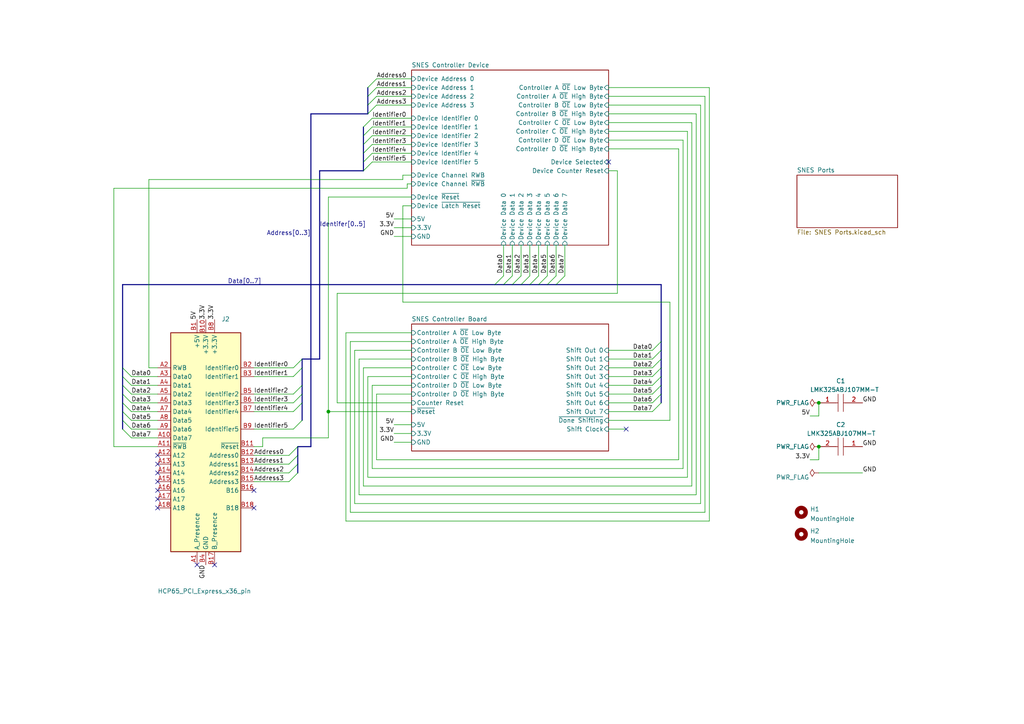
<source format=kicad_sch>
(kicad_sch (version 20211123) (generator eeschema)

  (uuid 423f8352-5bed-4890-ad2e-eb87396322aa)

  (paper "A4")

  (title_block
    (date "2022-02-20")
    (rev "1")
  )

  (lib_symbols
    (symbol "HCP65:HCP65_PCI_Express_x36_pin" (in_bom yes) (on_board yes)
      (property "Reference" "J1" (id 0) (at 2.54 2.54 0)
        (effects (font (size 1.27 1.27)) (justify left))
      )
      (property "Value" "HCP65_PCI_Express_x36_pin" (id 1) (at -13.97 -55.88 0)
        (effects (font (size 1.27 1.27)) (justify left))
      )
      (property "Footprint" "Connector_PCBEdge:BUS_PCIexpress_x1" (id 2) (at 0 38.1 0)
        (effects (font (size 1.27 1.27)) hide)
      )
      (property "Datasheet" "" (id 3) (at 0 -36.83 90)
        (effects (font (size 1.27 1.27)) hide)
      )
      (property "ki_keywords" "pcie" (id 4) (at 0 0 0)
        (effects (font (size 1.27 1.27)) hide)
      )
      (property "ki_description" "PCI Express bus connector x1" (id 5) (at 0 0 0)
        (effects (font (size 1.27 1.27)) hide)
      )
      (property "ki_fp_filters" "*PCIexpress*" (id 6) (at 0 0 0)
        (effects (font (size 1.27 1.27)) hide)
      )
      (symbol "HCP65_PCI_Express_x36_pin_0_1"
        (rectangle (start -10.16 21.59) (end 10.16 -41.91)
          (stroke (width 0.254) (type default) (color 0 0 0 0))
          (fill (type background))
        )
      )
      (symbol "HCP65_PCI_Express_x36_pin_1_1"
        (pin passive line (at -2.54 -45.72 90) (length 3.81)
          (name "A_Presence" (effects (font (size 1.27 1.27))))
          (number "A1" (effects (font (size 1.27 1.27))))
        )
        (pin passive line (at -13.97 -8.89 0) (length 3.81)
          (name "Data7" (effects (font (size 1.27 1.27))))
          (number "A10" (effects (font (size 1.27 1.27))))
        )
        (pin passive line (at -13.97 -11.43 0) (length 3.81)
          (name "~{RWB}" (effects (font (size 1.27 1.27))))
          (number "A11" (effects (font (size 1.27 1.27))))
        )
        (pin passive line (at -13.97 -13.97 0) (length 3.81)
          (name "A12" (effects (font (size 1.27 1.27))))
          (number "A12" (effects (font (size 1.27 1.27))))
        )
        (pin passive line (at -13.97 -16.51 0) (length 3.81)
          (name "A13" (effects (font (size 1.27 1.27))))
          (number "A13" (effects (font (size 1.27 1.27))))
        )
        (pin passive line (at -13.97 -19.05 0) (length 3.81)
          (name "A14" (effects (font (size 1.27 1.27))))
          (number "A14" (effects (font (size 1.27 1.27))))
        )
        (pin passive line (at -13.97 -21.59 0) (length 3.81)
          (name "A15" (effects (font (size 1.27 1.27))))
          (number "A15" (effects (font (size 1.27 1.27))))
        )
        (pin passive line (at -13.97 -24.13 0) (length 3.81)
          (name "A16" (effects (font (size 1.27 1.27))))
          (number "A16" (effects (font (size 1.27 1.27))))
        )
        (pin passive line (at -13.97 -26.67 0) (length 3.81)
          (name "A17" (effects (font (size 1.27 1.27))))
          (number "A17" (effects (font (size 1.27 1.27))))
        )
        (pin passive line (at -13.97 -29.21 0) (length 3.81)
          (name "A18" (effects (font (size 1.27 1.27))))
          (number "A18" (effects (font (size 1.27 1.27))))
        )
        (pin passive line (at -13.97 11.43 0) (length 3.81)
          (name "RWB" (effects (font (size 1.27 1.27))))
          (number "A2" (effects (font (size 1.27 1.27))))
        )
        (pin passive line (at -13.97 8.89 0) (length 3.81)
          (name "Data0" (effects (font (size 1.27 1.27))))
          (number "A3" (effects (font (size 1.27 1.27))))
        )
        (pin passive line (at -13.97 6.35 0) (length 3.81)
          (name "Data1" (effects (font (size 1.27 1.27))))
          (number "A4" (effects (font (size 1.27 1.27))))
        )
        (pin passive line (at -13.97 3.81 0) (length 3.81)
          (name "Data2" (effects (font (size 1.27 1.27))))
          (number "A5" (effects (font (size 1.27 1.27))))
        )
        (pin passive line (at -13.97 1.27 0) (length 3.81)
          (name "Data3" (effects (font (size 1.27 1.27))))
          (number "A6" (effects (font (size 1.27 1.27))))
        )
        (pin passive line (at -13.97 -1.27 0) (length 3.81)
          (name "Data4" (effects (font (size 1.27 1.27))))
          (number "A7" (effects (font (size 1.27 1.27))))
        )
        (pin passive line (at -13.97 -3.81 0) (length 3.81)
          (name "Data5" (effects (font (size 1.27 1.27))))
          (number "A8" (effects (font (size 1.27 1.27))))
        )
        (pin passive line (at -13.97 -6.35 0) (length 3.81)
          (name "Data6" (effects (font (size 1.27 1.27))))
          (number "A9" (effects (font (size 1.27 1.27))))
        )
        (pin power_in line (at -2.54 25.4 270) (length 3.81)
          (name "+5V" (effects (font (size 1.27 1.27))))
          (number "B1" (effects (font (size 1.27 1.27))))
        )
        (pin power_in line (at 0 25.4 270) (length 3.81)
          (name "+3.3V" (effects (font (size 1.27 1.27))))
          (number "B10" (effects (font (size 1.27 1.27))))
        )
        (pin passive line (at 13.97 -11.43 180) (length 3.81)
          (name "~{Reset}" (effects (font (size 1.27 1.27))))
          (number "B11" (effects (font (size 1.27 1.27))))
        )
        (pin passive line (at 13.97 -13.97 180) (length 3.81)
          (name "Address0" (effects (font (size 1.27 1.27))))
          (number "B12" (effects (font (size 1.27 1.27))))
        )
        (pin passive line (at 13.97 -16.51 180) (length 3.81)
          (name "Address1" (effects (font (size 1.27 1.27))))
          (number "B13" (effects (font (size 1.27 1.27))))
        )
        (pin passive line (at 13.97 -19.05 180) (length 3.81)
          (name "Address2" (effects (font (size 1.27 1.27))))
          (number "B14" (effects (font (size 1.27 1.27))))
        )
        (pin passive line (at 13.97 -21.59 180) (length 3.81)
          (name "Address3" (effects (font (size 1.27 1.27))))
          (number "B15" (effects (font (size 1.27 1.27))))
        )
        (pin passive line (at 13.97 -24.13 180) (length 3.81)
          (name "B16" (effects (font (size 1.27 1.27))))
          (number "B16" (effects (font (size 1.27 1.27))))
        )
        (pin passive line (at 2.54 -45.72 90) (length 3.81)
          (name "B_Presence" (effects (font (size 1.27 1.27))))
          (number "B17" (effects (font (size 1.27 1.27))))
        )
        (pin passive line (at 13.97 -29.21 180) (length 3.81)
          (name "B18" (effects (font (size 1.27 1.27))))
          (number "B18" (effects (font (size 1.27 1.27))))
        )
        (pin passive line (at 13.97 11.43 180) (length 3.81)
          (name "Identifier0" (effects (font (size 1.27 1.27))))
          (number "B2" (effects (font (size 1.27 1.27))))
        )
        (pin passive line (at 13.97 8.89 180) (length 3.81)
          (name "Identifier1" (effects (font (size 1.27 1.27))))
          (number "B3" (effects (font (size 1.27 1.27))))
        )
        (pin power_in line (at 0 -45.72 90) (length 3.81)
          (name "GND" (effects (font (size 1.27 1.27))))
          (number "B4" (effects (font (size 1.27 1.27))))
        )
        (pin passive line (at 13.97 3.81 180) (length 3.81)
          (name "Identifier2" (effects (font (size 1.27 1.27))))
          (number "B5" (effects (font (size 1.27 1.27))))
        )
        (pin passive line (at 13.97 1.27 180) (length 3.81)
          (name "Identifier3" (effects (font (size 1.27 1.27))))
          (number "B6" (effects (font (size 1.27 1.27))))
        )
        (pin passive line (at 13.97 -1.27 180) (length 3.81)
          (name "Identifier4" (effects (font (size 1.27 1.27))))
          (number "B7" (effects (font (size 1.27 1.27))))
        )
        (pin power_in line (at 2.54 25.4 270) (length 3.81)
          (name "+3.3V" (effects (font (size 1.27 1.27))))
          (number "B8" (effects (font (size 1.27 1.27))))
        )
        (pin passive line (at 13.97 -6.35 180) (length 3.81)
          (name "Identifier5" (effects (font (size 1.27 1.27))))
          (number "B9" (effects (font (size 1.27 1.27))))
        )
      )
    )
    (symbol "Mechanical:MountingHole" (pin_names (offset 1.016)) (in_bom yes) (on_board yes)
      (property "Reference" "H" (id 0) (at 0 5.08 0)
        (effects (font (size 1.27 1.27)))
      )
      (property "Value" "MountingHole" (id 1) (at 0 3.175 0)
        (effects (font (size 1.27 1.27)))
      )
      (property "Footprint" "" (id 2) (at 0 0 0)
        (effects (font (size 1.27 1.27)) hide)
      )
      (property "Datasheet" "~" (id 3) (at 0 0 0)
        (effects (font (size 1.27 1.27)) hide)
      )
      (property "ki_keywords" "mounting hole" (id 4) (at 0 0 0)
        (effects (font (size 1.27 1.27)) hide)
      )
      (property "ki_description" "Mounting Hole without connection" (id 5) (at 0 0 0)
        (effects (font (size 1.27 1.27)) hide)
      )
      (property "ki_fp_filters" "MountingHole*" (id 6) (at 0 0 0)
        (effects (font (size 1.27 1.27)) hide)
      )
      (symbol "MountingHole_0_1"
        (circle (center 0 0) (radius 1.27)
          (stroke (width 1.27) (type default) (color 0 0 0 0))
          (fill (type none))
        )
      )
    )
    (symbol "Taiyo_Yuden:LMK325ABJ107MM-T" (pin_names (offset 0.762)) (in_bom yes) (on_board yes)
      (property "Reference" "C" (id 0) (at 8.89 6.35 0)
        (effects (font (size 1.27 1.27)) (justify left))
      )
      (property "Value" "LMK325ABJ107MM-T" (id 1) (at 8.89 3.81 0)
        (effects (font (size 1.27 1.27)) (justify left))
      )
      (property "Footprint" "CAPC3226X280N" (id 2) (at 8.89 1.27 0)
        (effects (font (size 1.27 1.27)) (justify left) hide)
      )
      (property "Datasheet" "https://componentsearchengine.com/Datasheets/1/LMK325ABJ107MM-T.pdf" (id 3) (at 8.89 -1.27 0)
        (effects (font (size 1.27 1.27)) (justify left) hide)
      )
      (property "Description" "Multilayer Ceramic Capacitors MLCC - SMD/SMT 100uF 10V X5R +/-20% 1210 Gen Purp" (id 4) (at 8.89 -3.81 0)
        (effects (font (size 1.27 1.27)) (justify left) hide)
      )
      (property "Height" "2.8" (id 5) (at 8.89 -6.35 0)
        (effects (font (size 1.27 1.27)) (justify left) hide)
      )
      (property "Manufacturer_Name" "TAIYO YUDEN" (id 6) (at 8.89 -8.89 0)
        (effects (font (size 1.27 1.27)) (justify left) hide)
      )
      (property "Manufacturer_Part_Number" "LMK325ABJ107MM-T" (id 7) (at 8.89 -11.43 0)
        (effects (font (size 1.27 1.27)) (justify left) hide)
      )
      (property "Mouser Part Number" "963-LMK325ABJ107MM-T" (id 8) (at 8.89 -13.97 0)
        (effects (font (size 1.27 1.27)) (justify left) hide)
      )
      (property "Mouser Price/Stock" "https://www.mouser.co.uk/ProductDetail/Taiyo-Yuden/LMK325ABJ107MM-T?qs=vF%252B8ahGVildt1dMAR3otvQ%3D%3D" (id 9) (at 8.89 -16.51 0)
        (effects (font (size 1.27 1.27)) (justify left) hide)
      )
      (property "Arrow Part Number" "LMK325ABJ107MM-T" (id 10) (at 8.89 -19.05 0)
        (effects (font (size 1.27 1.27)) (justify left) hide)
      )
      (property "Arrow Price/Stock" "https://www.arrow.com/en/products/lmk325abj107mm-t/taiyo-yuden" (id 11) (at 8.89 -21.59 0)
        (effects (font (size 1.27 1.27)) (justify left) hide)
      )
      (property "ki_description" "Multilayer Ceramic Capacitors MLCC - SMD/SMT 100uF 10V X5R +/-20% 1210 Gen Purp" (id 12) (at 0 0 0)
        (effects (font (size 1.27 1.27)) hide)
      )
      (symbol "LMK325ABJ107MM-T_0_0"
        (pin passive line (at 0 0 0) (length 5.08)
          (name "~" (effects (font (size 1.27 1.27))))
          (number "1" (effects (font (size 1.27 1.27))))
        )
        (pin passive line (at 12.7 0 180) (length 5.08)
          (name "~" (effects (font (size 1.27 1.27))))
          (number "2" (effects (font (size 1.27 1.27))))
        )
      )
      (symbol "LMK325ABJ107MM-T_0_1"
        (polyline
          (pts
            (xy 5.08 0)
            (xy 5.588 0)
          )
          (stroke (width 0.1524) (type default) (color 0 0 0 0))
          (fill (type none))
        )
        (polyline
          (pts
            (xy 5.588 2.54)
            (xy 5.588 -2.54)
          )
          (stroke (width 0.1524) (type default) (color 0 0 0 0))
          (fill (type none))
        )
        (polyline
          (pts
            (xy 7.112 0)
            (xy 7.62 0)
          )
          (stroke (width 0.1524) (type default) (color 0 0 0 0))
          (fill (type none))
        )
        (polyline
          (pts
            (xy 7.112 2.54)
            (xy 7.112 -2.54)
          )
          (stroke (width 0.1524) (type default) (color 0 0 0 0))
          (fill (type none))
        )
      )
    )
    (symbol "power:PWR_FLAG" (power) (pin_numbers hide) (pin_names (offset 0) hide) (in_bom yes) (on_board yes)
      (property "Reference" "#FLG" (id 0) (at 0 1.905 0)
        (effects (font (size 1.27 1.27)) hide)
      )
      (property "Value" "PWR_FLAG" (id 1) (at 0 3.81 0)
        (effects (font (size 1.27 1.27)))
      )
      (property "Footprint" "" (id 2) (at 0 0 0)
        (effects (font (size 1.27 1.27)) hide)
      )
      (property "Datasheet" "~" (id 3) (at 0 0 0)
        (effects (font (size 1.27 1.27)) hide)
      )
      (property "ki_keywords" "power-flag" (id 4) (at 0 0 0)
        (effects (font (size 1.27 1.27)) hide)
      )
      (property "ki_description" "Special symbol for telling ERC where power comes from" (id 5) (at 0 0 0)
        (effects (font (size 1.27 1.27)) hide)
      )
      (symbol "PWR_FLAG_0_0"
        (pin power_out line (at 0 0 90) (length 0)
          (name "pwr" (effects (font (size 1.27 1.27))))
          (number "1" (effects (font (size 1.27 1.27))))
        )
      )
      (symbol "PWR_FLAG_0_1"
        (polyline
          (pts
            (xy 0 0)
            (xy 0 1.27)
            (xy -1.016 1.905)
            (xy 0 2.54)
            (xy 1.016 1.905)
            (xy 0 1.27)
          )
          (stroke (width 0) (type default) (color 0 0 0 0))
          (fill (type none))
        )
      )
    )
  )

  (junction (at 237.49 116.84) (diameter 0) (color 0 0 0 0)
    (uuid 282ace7b-4d92-4870-8f7f-301e305fcaef)
  )
  (junction (at 95.25 119.38) (diameter 0) (color 0 0 0 0)
    (uuid 324c32cd-f481-440d-924e-679d64255d42)
  )
  (junction (at 237.49 129.54) (diameter 0) (color 0 0 0 0)
    (uuid c90280d3-3940-4eff-81fb-a344cb9af5aa)
  )

  (no_connect (at 45.72 142.24) (uuid 1fc5b1d1-f4a0-4236-9559-06520ad81679))
  (no_connect (at 45.72 139.7) (uuid 1fc5b1d1-f4a0-4236-9559-06520ad8167a))
  (no_connect (at 45.72 137.16) (uuid 1fc5b1d1-f4a0-4236-9559-06520ad8167b))
  (no_connect (at 45.72 147.32) (uuid 1fc5b1d1-f4a0-4236-9559-06520ad8167c))
  (no_connect (at 45.72 134.62) (uuid 1fc5b1d1-f4a0-4236-9559-06520ad8167d))
  (no_connect (at 45.72 132.08) (uuid 1fc5b1d1-f4a0-4236-9559-06520ad8167e))
  (no_connect (at 45.72 144.78) (uuid 1fc5b1d1-f4a0-4236-9559-06520ad8167f))
  (no_connect (at 73.66 142.24) (uuid 1fc5b1d1-f4a0-4236-9559-06520ad81680))
  (no_connect (at 73.66 147.32) (uuid 1fc5b1d1-f4a0-4236-9559-06520ad81681))
  (no_connect (at 181.61 124.46) (uuid 46eb3b67-5f7c-419a-9163-1068914a302a))
  (no_connect (at 57.15 163.83) (uuid 804ba382-346d-416c-853b-1b8a1c2c4147))
  (no_connect (at 62.23 163.83) (uuid 804ba382-346d-416c-853b-1b8a1c2c4148))
  (no_connect (at 176.53 46.99) (uuid e04751fd-85f3-4cb9-9780-f87b337ee4ef))

  (bus_entry (at 109.22 30.48) (size -2.54 2.54)
    (stroke (width 0) (type default) (color 0 0 0 0))
    (uuid 005cd2a4-0aa4-4fc9-a830-a873a172c93b)
  )
  (bus_entry (at 189.23 111.76) (size 2.54 -2.54)
    (stroke (width 0) (type default) (color 0 0 0 0))
    (uuid 022c257f-2299-4fb9-b4ac-17d065ec3a47)
  )
  (bus_entry (at 86.36 132.08) (size -2.54 2.54)
    (stroke (width 0) (type default) (color 0 0 0 0))
    (uuid 043cf1d2-a6c6-47f7-822e-1de9e53e9a46)
  )
  (bus_entry (at 189.23 104.14) (size 2.54 -2.54)
    (stroke (width 0) (type default) (color 0 0 0 0))
    (uuid 048f3ccb-5446-4e14-84e8-58bd16898b07)
  )
  (bus_entry (at 148.59 80.01) (size -2.54 2.54)
    (stroke (width 0) (type default) (color 0 0 0 0))
    (uuid 05ae221e-f131-4c08-ba7f-23b5860fc094)
  )
  (bus_entry (at 107.95 34.29) (size -2.54 2.54)
    (stroke (width 0) (type default) (color 0 0 0 0))
    (uuid 0b434f10-694e-471a-ba6e-6c933bc1e74b)
  )
  (bus_entry (at 107.95 36.83) (size -2.54 2.54)
    (stroke (width 0) (type default) (color 0 0 0 0))
    (uuid 135eb768-f2ea-4bc8-a7bf-e0f323b3f202)
  )
  (bus_entry (at 189.23 106.68) (size 2.54 -2.54)
    (stroke (width 0) (type default) (color 0 0 0 0))
    (uuid 16c428dd-a40e-4af8-b52c-882b403a0ba1)
  )
  (bus_entry (at 107.95 44.45) (size -2.54 2.54)
    (stroke (width 0) (type default) (color 0 0 0 0))
    (uuid 17129617-137b-47c6-b6d1-afa548c8f3d5)
  )
  (bus_entry (at 189.23 116.84) (size 2.54 -2.54)
    (stroke (width 0) (type default) (color 0 0 0 0))
    (uuid 17d415d7-c583-441a-a449-b20c4ec59134)
  )
  (bus_entry (at 38.1 116.84) (size -2.54 -2.54)
    (stroke (width 0) (type default) (color 0 0 0 0))
    (uuid 1b3156c0-d695-4d5b-864b-b501b3898cd4)
  )
  (bus_entry (at 189.23 101.6) (size 2.54 -2.54)
    (stroke (width 0) (type default) (color 0 0 0 0))
    (uuid 2ac848e5-e4ab-46f5-be1d-3a9bbc21996e)
  )
  (bus_entry (at 87.63 114.3) (size -2.54 2.54)
    (stroke (width 0) (type default) (color 0 0 0 0))
    (uuid 35ba1104-527b-47a1-a382-d4df366895b0)
  )
  (bus_entry (at 156.21 80.01) (size -2.54 2.54)
    (stroke (width 0) (type default) (color 0 0 0 0))
    (uuid 4ef62bd0-e9ab-454a-bba9-0b32112854bb)
  )
  (bus_entry (at 38.1 109.22) (size -2.54 -2.54)
    (stroke (width 0) (type default) (color 0 0 0 0))
    (uuid 507a495a-222f-49e3-ba45-88ccfc846420)
  )
  (bus_entry (at 158.75 80.01) (size -2.54 2.54)
    (stroke (width 0) (type default) (color 0 0 0 0))
    (uuid 513c1927-add7-4e29-a773-b77dbe3b3d0a)
  )
  (bus_entry (at 87.63 111.76) (size -2.54 2.54)
    (stroke (width 0) (type default) (color 0 0 0 0))
    (uuid 5916a1d2-55bb-43ce-aa23-1578d345ab07)
  )
  (bus_entry (at 107.95 39.37) (size -2.54 2.54)
    (stroke (width 0) (type default) (color 0 0 0 0))
    (uuid 5bb6bc5c-d73d-46f3-8f01-e6929378295b)
  )
  (bus_entry (at 153.67 80.01) (size -2.54 2.54)
    (stroke (width 0) (type default) (color 0 0 0 0))
    (uuid 626b4420-618c-4933-9fb7-f2a30e05aa81)
  )
  (bus_entry (at 38.1 111.76) (size -2.54 -2.54)
    (stroke (width 0) (type default) (color 0 0 0 0))
    (uuid 686790f1-d621-4d55-98b2-8e5e26857626)
  )
  (bus_entry (at 38.1 121.92) (size -2.54 -2.54)
    (stroke (width 0) (type default) (color 0 0 0 0))
    (uuid 6cb3ee87-e4fc-410b-bbb1-a7b48bae5626)
  )
  (bus_entry (at 107.95 46.99) (size -2.54 2.54)
    (stroke (width 0) (type default) (color 0 0 0 0))
    (uuid 74c9cb04-8873-4266-afb0-6004846b5244)
  )
  (bus_entry (at 86.36 134.62) (size -2.54 2.54)
    (stroke (width 0) (type default) (color 0 0 0 0))
    (uuid 7b7540c7-3aa3-4b88-8ee0-700ccf8efdee)
  )
  (bus_entry (at 38.1 114.3) (size -2.54 -2.54)
    (stroke (width 0) (type default) (color 0 0 0 0))
    (uuid 7ff3c59b-d789-4da0-b60d-5b0f04fecde6)
  )
  (bus_entry (at 109.22 22.86) (size -2.54 2.54)
    (stroke (width 0) (type default) (color 0 0 0 0))
    (uuid 805dc743-5920-4765-ada8-335d0fe90c59)
  )
  (bus_entry (at 189.23 119.38) (size 2.54 -2.54)
    (stroke (width 0) (type default) (color 0 0 0 0))
    (uuid 82c8c0a0-c77a-48c6-9f7e-3e6b28d19907)
  )
  (bus_entry (at 146.05 80.01) (size -2.54 2.54)
    (stroke (width 0) (type default) (color 0 0 0 0))
    (uuid 83058ed4-2add-4fe2-8b13-55b807bb5955)
  )
  (bus_entry (at 87.63 116.84) (size -2.54 2.54)
    (stroke (width 0) (type default) (color 0 0 0 0))
    (uuid 8a13d467-ae4b-4847-98ff-22ebab62be86)
  )
  (bus_entry (at 38.1 124.46) (size -2.54 -2.54)
    (stroke (width 0) (type default) (color 0 0 0 0))
    (uuid 8d022d9a-0668-4972-aeeb-8dd56f969e9b)
  )
  (bus_entry (at 189.23 114.3) (size 2.54 -2.54)
    (stroke (width 0) (type default) (color 0 0 0 0))
    (uuid 93a8feaa-5686-4cb2-a721-94acf16d4228)
  )
  (bus_entry (at 109.22 25.4) (size -2.54 2.54)
    (stroke (width 0) (type default) (color 0 0 0 0))
    (uuid 9691c2b2-9df6-4e9e-9bc5-2d5fdc61617f)
  )
  (bus_entry (at 163.83 80.01) (size -2.54 2.54)
    (stroke (width 0) (type default) (color 0 0 0 0))
    (uuid a66bda99-9a64-4c26-9b30-f4805392812d)
  )
  (bus_entry (at 87.63 121.92) (size -2.54 2.54)
    (stroke (width 0) (type default) (color 0 0 0 0))
    (uuid aa0041a6-2683-4e78-938f-cc0a7e1add3b)
  )
  (bus_entry (at 87.63 104.14) (size -2.54 2.54)
    (stroke (width 0) (type default) (color 0 0 0 0))
    (uuid abd0601c-1acf-4404-9300-5d09498d34d4)
  )
  (bus_entry (at 86.36 137.16) (size -2.54 2.54)
    (stroke (width 0) (type default) (color 0 0 0 0))
    (uuid b9eef497-8e67-47dd-96ee-02e78ccf195f)
  )
  (bus_entry (at 151.13 80.01) (size -2.54 2.54)
    (stroke (width 0) (type default) (color 0 0 0 0))
    (uuid c398fff6-a093-4e34-a3fb-a0dac3c8f88f)
  )
  (bus_entry (at 87.63 106.68) (size -2.54 2.54)
    (stroke (width 0) (type default) (color 0 0 0 0))
    (uuid c5298785-c2c6-4554-8412-1b7910d2621e)
  )
  (bus_entry (at 161.29 80.01) (size -2.54 2.54)
    (stroke (width 0) (type default) (color 0 0 0 0))
    (uuid c7f617cf-2427-498f-a46a-49c37bc5278b)
  )
  (bus_entry (at 86.36 129.54) (size -2.54 2.54)
    (stroke (width 0) (type default) (color 0 0 0 0))
    (uuid c9a2abce-c5dd-4be6-ad1b-7aee5fe9f91c)
  )
  (bus_entry (at 107.95 41.91) (size -2.54 2.54)
    (stroke (width 0) (type default) (color 0 0 0 0))
    (uuid d2201cb5-f1fc-4021-be69-c58ba425343b)
  )
  (bus_entry (at 189.23 109.22) (size 2.54 -2.54)
    (stroke (width 0) (type default) (color 0 0 0 0))
    (uuid d47dbfaf-7b58-4a9d-817e-a4db2f00a4ec)
  )
  (bus_entry (at 38.1 119.38) (size -2.54 -2.54)
    (stroke (width 0) (type default) (color 0 0 0 0))
    (uuid dfa4c263-f46d-4c73-8e6c-d1f6aaa52203)
  )
  (bus_entry (at 38.1 127) (size -2.54 -2.54)
    (stroke (width 0) (type default) (color 0 0 0 0))
    (uuid f47eac84-feb0-41c1-9c48-79d3ffcee2d7)
  )
  (bus_entry (at 109.22 27.94) (size -2.54 2.54)
    (stroke (width 0) (type default) (color 0 0 0 0))
    (uuid fc90b238-d7c7-42e2-8876-addef978b731)
  )

  (wire (pts (xy 205.74 151.13) (xy 100.33 151.13))
    (stroke (width 0) (type default) (color 0 0 0 0))
    (uuid 015613fe-ba4a-4093-917b-02c7b8822244)
  )
  (wire (pts (xy 109.22 25.4) (xy 119.38 25.4))
    (stroke (width 0) (type default) (color 0 0 0 0))
    (uuid 04c9f523-79ec-4b4e-b813-4b01bf795671)
  )
  (wire (pts (xy 73.66 129.54) (xy 76.2 129.54))
    (stroke (width 0) (type default) (color 0 0 0 0))
    (uuid 0616e313-c490-4a20-8d65-ce9069604b24)
  )
  (bus (pts (xy 191.77 104.14) (xy 191.77 106.68))
    (stroke (width 0) (type default) (color 0 0 0 0))
    (uuid 07d36ef2-b064-4c93-a939-7b058cd1c9f3)
  )
  (bus (pts (xy 106.68 25.4) (xy 106.68 27.94))
    (stroke (width 0) (type default) (color 0 0 0 0))
    (uuid 085cea4f-0732-43e3-abb4-b5b8068745ba)
  )

  (wire (pts (xy 38.1 111.76) (xy 45.72 111.76))
    (stroke (width 0) (type default) (color 0 0 0 0))
    (uuid 090c61df-a07d-40d2-a012-f80860c5331d)
  )
  (bus (pts (xy 87.63 121.92) (xy 87.63 116.84))
    (stroke (width 0) (type default) (color 0 0 0 0))
    (uuid 0b428566-ebe0-4cbb-b2c3-78dff895bf9d)
  )
  (bus (pts (xy 148.59 82.55) (xy 146.05 82.55))
    (stroke (width 0) (type default) (color 0 0 0 0))
    (uuid 0bb54d37-561c-4beb-8b49-5ef0abb3f6b0)
  )
  (bus (pts (xy 86.36 137.16) (xy 86.36 134.62))
    (stroke (width 0) (type default) (color 0 0 0 0))
    (uuid 111a7a87-8c74-4b45-b3fa-1220e2c66f94)
  )

  (wire (pts (xy 114.3 68.58) (xy 119.38 68.58))
    (stroke (width 0) (type default) (color 0 0 0 0))
    (uuid 11680662-697c-469d-b50e-a0e4bff26d4e)
  )
  (bus (pts (xy 35.56 121.92) (xy 35.56 119.38))
    (stroke (width 0) (type default) (color 0 0 0 0))
    (uuid 12bf8015-6a26-466c-b643-74a9bf994167)
  )
  (bus (pts (xy 146.05 82.55) (xy 143.51 82.55))
    (stroke (width 0) (type default) (color 0 0 0 0))
    (uuid 14f9bb1c-6003-4d92-9551-3e85f4ba38bc)
  )

  (wire (pts (xy 153.67 71.12) (xy 153.67 80.01))
    (stroke (width 0) (type default) (color 0 0 0 0))
    (uuid 1694fe8a-a23c-4464-8aa6-c1c69fcc5437)
  )
  (wire (pts (xy 107.95 34.29) (xy 119.38 34.29))
    (stroke (width 0) (type default) (color 0 0 0 0))
    (uuid 17c80025-2402-4b24-b9c1-6f0f7f21d36b)
  )
  (wire (pts (xy 101.6 99.06) (xy 119.38 99.06))
    (stroke (width 0) (type default) (color 0 0 0 0))
    (uuid 18904a37-9024-4344-9833-86dbc0c38d04)
  )
  (wire (pts (xy 109.22 133.35) (xy 196.85 133.35))
    (stroke (width 0) (type default) (color 0 0 0 0))
    (uuid 1b62b994-d882-4b31-b42a-0443660d3b5b)
  )
  (wire (pts (xy 119.38 50.8) (xy 116.84 50.8))
    (stroke (width 0) (type default) (color 0 0 0 0))
    (uuid 1bc821e8-32f4-4dd2-9a3c-79b96a67ae86)
  )
  (wire (pts (xy 102.87 101.6) (xy 119.38 101.6))
    (stroke (width 0) (type default) (color 0 0 0 0))
    (uuid 1cffa533-a58d-4d60-acc3-39b426795143)
  )
  (bus (pts (xy 35.56 124.46) (xy 35.56 121.92))
    (stroke (width 0) (type default) (color 0 0 0 0))
    (uuid 1d1b1535-7683-4055-a67d-156a1bfad611)
  )

  (wire (pts (xy 237.49 137.16) (xy 250.19 137.16))
    (stroke (width 0) (type default) (color 0 0 0 0))
    (uuid 1d336288-234b-4141-9bc8-307fd7aa1845)
  )
  (wire (pts (xy 156.21 71.12) (xy 156.21 80.01))
    (stroke (width 0) (type default) (color 0 0 0 0))
    (uuid 1e397d82-ba48-4187-bca7-d2b1500c607f)
  )
  (wire (pts (xy 38.1 119.38) (xy 45.72 119.38))
    (stroke (width 0) (type default) (color 0 0 0 0))
    (uuid 1ea87631-fb2e-4819-8b39-ccd5a8ce3f67)
  )
  (bus (pts (xy 92.71 49.53) (xy 92.71 104.14))
    (stroke (width 0) (type default) (color 0 0 0 0))
    (uuid 1facfb04-2b89-43b3-bb56-097d8536d823)
  )

  (wire (pts (xy 176.53 35.56) (xy 200.66 35.56))
    (stroke (width 0) (type default) (color 0 0 0 0))
    (uuid 1fb7648f-7cf2-47a1-a5e2-952f27b26b99)
  )
  (wire (pts (xy 33.02 54.61) (xy 33.02 129.54))
    (stroke (width 0) (type default) (color 0 0 0 0))
    (uuid 209e8c29-f972-43e5-9081-9bbc76a22175)
  )
  (wire (pts (xy 176.53 111.76) (xy 189.23 111.76))
    (stroke (width 0) (type default) (color 0 0 0 0))
    (uuid 263df930-eb2d-4d26-bbc8-0c30ec9aef4a)
  )
  (wire (pts (xy 116.84 50.8) (xy 116.84 52.07))
    (stroke (width 0) (type default) (color 0 0 0 0))
    (uuid 2777ca3d-48f9-4891-93d3-06521334c895)
  )
  (wire (pts (xy 200.66 140.97) (xy 105.41 140.97))
    (stroke (width 0) (type default) (color 0 0 0 0))
    (uuid 28ccaf0c-213e-40a8-8e9a-6a78811de85c)
  )
  (bus (pts (xy 158.75 82.55) (xy 156.21 82.55))
    (stroke (width 0) (type default) (color 0 0 0 0))
    (uuid 2cc6b314-d909-4f92-86b2-20cae756ced5)
  )

  (wire (pts (xy 105.41 140.97) (xy 105.41 106.68))
    (stroke (width 0) (type default) (color 0 0 0 0))
    (uuid 311a6fe7-aa61-429d-b977-df21e51f588a)
  )
  (wire (pts (xy 201.93 33.02) (xy 176.53 33.02))
    (stroke (width 0) (type default) (color 0 0 0 0))
    (uuid 339c7c3e-329e-47fa-a443-ba59ea6047c1)
  )
  (wire (pts (xy 104.14 104.14) (xy 104.14 143.51))
    (stroke (width 0) (type default) (color 0 0 0 0))
    (uuid 33c5f9cf-7b47-4593-b275-e4132da0e92a)
  )
  (wire (pts (xy 237.49 129.54) (xy 237.49 133.35))
    (stroke (width 0) (type default) (color 0 0 0 0))
    (uuid 377bdeb0-5a63-4270-b061-1cc9ebf05c36)
  )
  (wire (pts (xy 107.95 39.37) (xy 119.38 39.37))
    (stroke (width 0) (type default) (color 0 0 0 0))
    (uuid 39c27816-2d01-4a72-8e25-12984a42fef1)
  )
  (wire (pts (xy 33.02 129.54) (xy 45.72 129.54))
    (stroke (width 0) (type default) (color 0 0 0 0))
    (uuid 3ba3154d-816f-4654-96a5-8782f40f8325)
  )
  (wire (pts (xy 105.41 106.68) (xy 119.38 106.68))
    (stroke (width 0) (type default) (color 0 0 0 0))
    (uuid 3c2a52e3-2aac-4049-9d53-8ced9824f331)
  )
  (wire (pts (xy 97.79 116.84) (xy 97.79 85.09))
    (stroke (width 0) (type default) (color 0 0 0 0))
    (uuid 3d73249e-674c-4d52-accc-a175b9dd6adb)
  )
  (wire (pts (xy 176.53 25.4) (xy 205.74 25.4))
    (stroke (width 0) (type default) (color 0 0 0 0))
    (uuid 3fad461c-7dfe-46e3-a91f-ecadbefb5faa)
  )
  (wire (pts (xy 100.33 96.52) (xy 119.38 96.52))
    (stroke (width 0) (type default) (color 0 0 0 0))
    (uuid 412a2612-1dc0-4043-bcbc-80365ac5a4e9)
  )
  (wire (pts (xy 95.25 119.38) (xy 119.38 119.38))
    (stroke (width 0) (type default) (color 0 0 0 0))
    (uuid 41863240-86a6-4bdf-82dc-72c9bccc6718)
  )
  (wire (pts (xy 203.2 146.05) (xy 102.87 146.05))
    (stroke (width 0) (type default) (color 0 0 0 0))
    (uuid 432fa8d0-1e74-4937-96ad-b552da108ee9)
  )
  (wire (pts (xy 176.53 30.48) (xy 203.2 30.48))
    (stroke (width 0) (type default) (color 0 0 0 0))
    (uuid 44a7d6ce-9685-4a53-b6d0-4b73a389494e)
  )
  (wire (pts (xy 116.84 52.07) (xy 43.18 52.07))
    (stroke (width 0) (type default) (color 0 0 0 0))
    (uuid 461fa8db-2dd4-4504-8ab9-0777de47fea8)
  )
  (wire (pts (xy 38.1 116.84) (xy 45.72 116.84))
    (stroke (width 0) (type default) (color 0 0 0 0))
    (uuid 47e0647e-48f6-4328-9566-e0e541431dbd)
  )
  (wire (pts (xy 45.72 121.92) (xy 38.1 121.92))
    (stroke (width 0) (type default) (color 0 0 0 0))
    (uuid 48a3a5ef-bc07-4167-80f8-839679a320d7)
  )
  (wire (pts (xy 107.95 44.45) (xy 119.38 44.45))
    (stroke (width 0) (type default) (color 0 0 0 0))
    (uuid 49c6535c-4b72-48b7-a94b-105162af915c)
  )
  (bus (pts (xy 191.77 82.55) (xy 191.77 99.06))
    (stroke (width 0) (type default) (color 0 0 0 0))
    (uuid 4adf5178-50ce-4929-a113-a954fc5ab3f7)
  )

  (wire (pts (xy 106.68 109.22) (xy 106.68 138.43))
    (stroke (width 0) (type default) (color 0 0 0 0))
    (uuid 4e636a19-5380-44da-8b22-02e174907068)
  )
  (wire (pts (xy 176.53 114.3) (xy 189.23 114.3))
    (stroke (width 0) (type default) (color 0 0 0 0))
    (uuid 4f771e26-9338-415a-860c-1203ec4cf7fc)
  )
  (bus (pts (xy 86.36 132.08) (xy 86.36 129.54))
    (stroke (width 0) (type default) (color 0 0 0 0))
    (uuid 51576f4d-6ead-4625-a30d-e5fe933813ad)
  )

  (wire (pts (xy 237.49 133.35) (xy 234.95 133.35))
    (stroke (width 0) (type default) (color 0 0 0 0))
    (uuid 534469eb-c81b-4bdf-b493-c625e17e18fc)
  )
  (bus (pts (xy 86.36 134.62) (xy 86.36 132.08))
    (stroke (width 0) (type default) (color 0 0 0 0))
    (uuid 55c987ac-4318-4c6d-9afc-e281bb94271b)
  )

  (wire (pts (xy 148.59 71.12) (xy 148.59 80.01))
    (stroke (width 0) (type default) (color 0 0 0 0))
    (uuid 56188d07-2970-413a-a7cb-6fe48a58a933)
  )
  (bus (pts (xy 106.68 30.48) (xy 106.68 33.02))
    (stroke (width 0) (type default) (color 0 0 0 0))
    (uuid 5c2abac8-c357-46ce-b1d2-1358afe0fe29)
  )

  (wire (pts (xy 106.68 109.22) (xy 119.38 109.22))
    (stroke (width 0) (type default) (color 0 0 0 0))
    (uuid 5cfd7eef-8f55-4056-bcbf-e738eba719a6)
  )
  (bus (pts (xy 105.41 36.83) (xy 105.41 39.37))
    (stroke (width 0) (type default) (color 0 0 0 0))
    (uuid 5f67307d-d619-46fe-b2d1-e4d00d4a7d3b)
  )

  (wire (pts (xy 176.53 124.46) (xy 181.61 124.46))
    (stroke (width 0) (type default) (color 0 0 0 0))
    (uuid 5fae4830-3528-4874-9910-459ca0dcfc12)
  )
  (wire (pts (xy 176.53 119.38) (xy 189.23 119.38))
    (stroke (width 0) (type default) (color 0 0 0 0))
    (uuid 607ed25d-4c34-4e20-a686-37bf6b329b84)
  )
  (wire (pts (xy 118.11 53.34) (xy 118.11 54.61))
    (stroke (width 0) (type default) (color 0 0 0 0))
    (uuid 61b9bbc0-014a-4578-85e1-2e8b3f13238d)
  )
  (wire (pts (xy 109.22 27.94) (xy 119.38 27.94))
    (stroke (width 0) (type default) (color 0 0 0 0))
    (uuid 635f92b1-ec5b-4460-bcc5-688b6a559167)
  )
  (wire (pts (xy 205.74 25.4) (xy 205.74 151.13))
    (stroke (width 0) (type default) (color 0 0 0 0))
    (uuid 63cafded-e794-4662-9d38-2f7e67b359a1)
  )
  (bus (pts (xy 87.63 106.68) (xy 87.63 104.14))
    (stroke (width 0) (type default) (color 0 0 0 0))
    (uuid 63fbd4d3-21b3-4841-8e90-554190bc38f2)
  )

  (wire (pts (xy 107.95 111.76) (xy 119.38 111.76))
    (stroke (width 0) (type default) (color 0 0 0 0))
    (uuid 640be393-06ba-4973-be52-3ac90cbd103a)
  )
  (wire (pts (xy 106.68 138.43) (xy 199.39 138.43))
    (stroke (width 0) (type default) (color 0 0 0 0))
    (uuid 65b0975c-be65-408d-ac81-1f7076c752cc)
  )
  (wire (pts (xy 176.53 106.68) (xy 189.23 106.68))
    (stroke (width 0) (type default) (color 0 0 0 0))
    (uuid 6610200a-f792-4ecb-953d-afa9a2770894)
  )
  (bus (pts (xy 87.63 111.76) (xy 87.63 106.68))
    (stroke (width 0) (type default) (color 0 0 0 0))
    (uuid 6680094b-5d17-4c02-87c7-f829a063b5a4)
  )

  (wire (pts (xy 109.22 30.48) (xy 119.38 30.48))
    (stroke (width 0) (type default) (color 0 0 0 0))
    (uuid 67585650-86af-4236-997d-aaaed1017649)
  )
  (wire (pts (xy 161.29 71.12) (xy 161.29 80.01))
    (stroke (width 0) (type default) (color 0 0 0 0))
    (uuid 68ae9382-d320-4c07-bc71-f069e0625cdf)
  )
  (wire (pts (xy 73.66 139.7) (xy 83.82 139.7))
    (stroke (width 0) (type default) (color 0 0 0 0))
    (uuid 694f8d46-ac23-4ce0-9976-aa3bb724cdcd)
  )
  (wire (pts (xy 107.95 46.99) (xy 119.38 46.99))
    (stroke (width 0) (type default) (color 0 0 0 0))
    (uuid 6bd89fe2-379d-4820-8f9e-fd6cf47b9239)
  )
  (wire (pts (xy 176.53 116.84) (xy 189.23 116.84))
    (stroke (width 0) (type default) (color 0 0 0 0))
    (uuid 6c1ebcf3-f27b-4757-b741-6eb26332808c)
  )
  (wire (pts (xy 163.83 71.12) (xy 163.83 80.01))
    (stroke (width 0) (type default) (color 0 0 0 0))
    (uuid 6e826c52-8e44-4f21-a5e1-9c40f9afd452)
  )
  (wire (pts (xy 97.79 116.84) (xy 119.38 116.84))
    (stroke (width 0) (type default) (color 0 0 0 0))
    (uuid 7015ccd7-e838-4a28-a52a-2cd5300bcaf1)
  )
  (wire (pts (xy 119.38 57.15) (xy 95.25 57.15))
    (stroke (width 0) (type default) (color 0 0 0 0))
    (uuid 70b0c6c1-c70b-459e-92e9-aeda0a658dd5)
  )
  (wire (pts (xy 179.07 49.53) (xy 176.53 49.53))
    (stroke (width 0) (type default) (color 0 0 0 0))
    (uuid 714d684e-6766-44b8-bf2c-61a45ba236d9)
  )
  (wire (pts (xy 176.53 40.64) (xy 198.12 40.64))
    (stroke (width 0) (type default) (color 0 0 0 0))
    (uuid 759391b0-7a73-4852-a97b-1012221d1ad0)
  )
  (wire (pts (xy 200.66 35.56) (xy 200.66 140.97))
    (stroke (width 0) (type default) (color 0 0 0 0))
    (uuid 784635ed-1978-4a75-9861-650f4978392f)
  )
  (bus (pts (xy 90.17 33.02) (xy 90.17 129.54))
    (stroke (width 0) (type default) (color 0 0 0 0))
    (uuid 7b50fdbb-5f23-4e7b-a94e-fce61d7886fd)
  )

  (wire (pts (xy 199.39 38.1) (xy 176.53 38.1))
    (stroke (width 0) (type default) (color 0 0 0 0))
    (uuid 7cb4e0a2-205c-4401-851c-bc05fa5ce581)
  )
  (bus (pts (xy 35.56 82.55) (xy 35.56 106.68))
    (stroke (width 0) (type default) (color 0 0 0 0))
    (uuid 7d61195a-b75d-47b9-8221-946f5c8bc1fa)
  )

  (wire (pts (xy 201.93 143.51) (xy 201.93 33.02))
    (stroke (width 0) (type default) (color 0 0 0 0))
    (uuid 7d62e845-984f-41f6-b874-827a447f681a)
  )
  (bus (pts (xy 35.56 114.3) (xy 35.56 111.76))
    (stroke (width 0) (type default) (color 0 0 0 0))
    (uuid 7dacde7f-0079-44c3-ba8a-72c1d7d1167d)
  )
  (bus (pts (xy 161.29 82.55) (xy 158.75 82.55))
    (stroke (width 0) (type default) (color 0 0 0 0))
    (uuid 7ecb5317-a9b5-4cb9-b531-2072a629c23a)
  )
  (bus (pts (xy 191.77 114.3) (xy 191.77 116.84))
    (stroke (width 0) (type default) (color 0 0 0 0))
    (uuid 7fb61165-2dd2-44e9-a3c1-cfe01554cbe9)
  )
  (bus (pts (xy 191.77 109.22) (xy 191.77 111.76))
    (stroke (width 0) (type default) (color 0 0 0 0))
    (uuid 84349319-c91e-46de-9875-26dd0051de6b)
  )

  (wire (pts (xy 73.66 137.16) (xy 83.82 137.16))
    (stroke (width 0) (type default) (color 0 0 0 0))
    (uuid 8439d46e-90de-4258-87d9-74e7d956a52b)
  )
  (wire (pts (xy 73.66 134.62) (xy 83.82 134.62))
    (stroke (width 0) (type default) (color 0 0 0 0))
    (uuid 8591eefe-3930-4bd6-a5b8-ae9016530083)
  )
  (bus (pts (xy 90.17 33.02) (xy 106.68 33.02))
    (stroke (width 0) (type default) (color 0 0 0 0))
    (uuid 86558e48-e2e8-4b03-ae3b-3afdc710ebe3)
  )

  (wire (pts (xy 76.2 129.54) (xy 76.2 127))
    (stroke (width 0) (type default) (color 0 0 0 0))
    (uuid 88169028-8a50-4fac-a123-226674322c05)
  )
  (bus (pts (xy 35.56 114.3) (xy 35.56 116.84))
    (stroke (width 0) (type default) (color 0 0 0 0))
    (uuid 897ba8ac-da4f-4113-8cb8-5e69fa9ed001)
  )

  (wire (pts (xy 43.18 52.07) (xy 43.18 106.68))
    (stroke (width 0) (type default) (color 0 0 0 0))
    (uuid 8a7aaae2-2319-43b4-a34f-26646829ffd0)
  )
  (wire (pts (xy 73.66 132.08) (xy 83.82 132.08))
    (stroke (width 0) (type default) (color 0 0 0 0))
    (uuid 8c1fd6a6-db98-4347-8d3b-8a934d3bb0d8)
  )
  (bus (pts (xy 90.17 129.54) (xy 86.36 129.54))
    (stroke (width 0) (type default) (color 0 0 0 0))
    (uuid 8cb2883f-df93-472e-8252-eb851c514e87)
  )

  (wire (pts (xy 176.53 121.92) (xy 194.31 121.92))
    (stroke (width 0) (type default) (color 0 0 0 0))
    (uuid 8ee391c4-1f64-49b8-81db-6c512b1a26d7)
  )
  (bus (pts (xy 105.41 39.37) (xy 105.41 41.91))
    (stroke (width 0) (type default) (color 0 0 0 0))
    (uuid 8f1f20c6-aca3-48b1-92d3-5dfe026d293d)
  )
  (bus (pts (xy 35.56 111.76) (xy 35.56 109.22))
    (stroke (width 0) (type default) (color 0 0 0 0))
    (uuid 92b976b5-f35c-41ec-acbd-add076bf59b9)
  )
  (bus (pts (xy 151.13 82.55) (xy 153.67 82.55))
    (stroke (width 0) (type default) (color 0 0 0 0))
    (uuid 92ce5fc6-2ebc-4def-a69b-b2125904066b)
  )

  (wire (pts (xy 95.25 57.15) (xy 95.25 119.38))
    (stroke (width 0) (type default) (color 0 0 0 0))
    (uuid 982aded8-9736-433f-85c3-5ffdb42863b8)
  )
  (wire (pts (xy 38.1 114.3) (xy 45.72 114.3))
    (stroke (width 0) (type default) (color 0 0 0 0))
    (uuid 9a0f3afc-752d-42bf-98fc-c81081e97463)
  )
  (bus (pts (xy 156.21 82.55) (xy 153.67 82.55))
    (stroke (width 0) (type default) (color 0 0 0 0))
    (uuid 9c1085b0-1f3f-49f0-b288-5eaa316bd00e)
  )
  (bus (pts (xy 105.41 41.91) (xy 105.41 44.45))
    (stroke (width 0) (type default) (color 0 0 0 0))
    (uuid 9da0fb34-d8e3-402d-8252-ee0e49b40919)
  )

  (wire (pts (xy 119.38 53.34) (xy 118.11 53.34))
    (stroke (width 0) (type default) (color 0 0 0 0))
    (uuid 9fb9acc8-1c36-4abf-8aec-d294e30afc4a)
  )
  (wire (pts (xy 109.22 22.86) (xy 119.38 22.86))
    (stroke (width 0) (type default) (color 0 0 0 0))
    (uuid a14e5734-5861-42b7-a03a-7886bac9f629)
  )
  (bus (pts (xy 191.77 114.3) (xy 191.77 111.76))
    (stroke (width 0) (type default) (color 0 0 0 0))
    (uuid a173e0b4-656c-4e40-ae2c-b3e796d1dd7d)
  )

  (wire (pts (xy 76.2 127) (xy 95.25 127))
    (stroke (width 0) (type default) (color 0 0 0 0))
    (uuid a193c0c5-ba3a-462c-9c92-ae104d21ea96)
  )
  (wire (pts (xy 119.38 59.69) (xy 116.84 59.69))
    (stroke (width 0) (type default) (color 0 0 0 0))
    (uuid a1fe9d39-a423-4fd5-b8c8-d362b03b4d1d)
  )
  (wire (pts (xy 114.3 125.73) (xy 119.38 125.73))
    (stroke (width 0) (type default) (color 0 0 0 0))
    (uuid a27ceca3-dd9d-46b1-a30d-0dc42c940a3b)
  )
  (wire (pts (xy 116.84 59.69) (xy 116.84 87.63))
    (stroke (width 0) (type default) (color 0 0 0 0))
    (uuid a3346c1c-9f4b-4b43-ab3e-ac9a36021c0b)
  )
  (wire (pts (xy 198.12 135.89) (xy 107.95 135.89))
    (stroke (width 0) (type default) (color 0 0 0 0))
    (uuid a5031f32-480c-46f6-a737-689cacb1798c)
  )
  (bus (pts (xy 92.71 49.53) (xy 105.41 49.53))
    (stroke (width 0) (type default) (color 0 0 0 0))
    (uuid a58abccf-ba03-45da-bf9d-9d3873a846d4)
  )

  (wire (pts (xy 45.72 124.46) (xy 38.1 124.46))
    (stroke (width 0) (type default) (color 0 0 0 0))
    (uuid a67d1ebe-4c17-4698-96b9-3457b4a2503a)
  )
  (bus (pts (xy 35.56 119.38) (xy 35.56 116.84))
    (stroke (width 0) (type default) (color 0 0 0 0))
    (uuid a6e22034-b046-48e6-81aa-93f752124588)
  )

  (wire (pts (xy 196.85 133.35) (xy 196.85 43.18))
    (stroke (width 0) (type default) (color 0 0 0 0))
    (uuid a859e1fe-9f13-4df7-8eb3-8f63b979ed84)
  )
  (wire (pts (xy 109.22 114.3) (xy 109.22 133.35))
    (stroke (width 0) (type default) (color 0 0 0 0))
    (uuid a864ac2a-7a7f-44b6-8f96-6fb244aa29d1)
  )
  (wire (pts (xy 107.95 41.91) (xy 119.38 41.91))
    (stroke (width 0) (type default) (color 0 0 0 0))
    (uuid a89decf9-41b8-49c9-8ca4-8c7185ada803)
  )
  (wire (pts (xy 198.12 40.64) (xy 198.12 135.89))
    (stroke (width 0) (type default) (color 0 0 0 0))
    (uuid a9dcf0d4-addc-4863-8837-9d67a127ee02)
  )
  (wire (pts (xy 176.53 109.22) (xy 189.23 109.22))
    (stroke (width 0) (type default) (color 0 0 0 0))
    (uuid aa12058e-cec8-414c-89b9-6016396bbc61)
  )
  (wire (pts (xy 97.79 85.09) (xy 179.07 85.09))
    (stroke (width 0) (type default) (color 0 0 0 0))
    (uuid ab478ecb-47c1-44ba-b4f1-57282dce3670)
  )
  (bus (pts (xy 151.13 82.55) (xy 148.59 82.55))
    (stroke (width 0) (type default) (color 0 0 0 0))
    (uuid ab690258-6a03-468a-aedb-5b1720f06185)
  )
  (bus (pts (xy 191.77 99.06) (xy 191.77 101.6))
    (stroke (width 0) (type default) (color 0 0 0 0))
    (uuid ac808242-dd38-4f21-b7c1-ff0fddd03efe)
  )
  (bus (pts (xy 191.77 106.68) (xy 191.77 109.22))
    (stroke (width 0) (type default) (color 0 0 0 0))
    (uuid aca888c5-4c2e-42c5-b941-a43b6e183dc5)
  )

  (wire (pts (xy 107.95 135.89) (xy 107.95 111.76))
    (stroke (width 0) (type default) (color 0 0 0 0))
    (uuid ad1bb89f-4c1f-4292-892c-5be90b51c1a7)
  )
  (wire (pts (xy 116.84 87.63) (xy 194.31 87.63))
    (stroke (width 0) (type default) (color 0 0 0 0))
    (uuid adf5b906-ab2f-43cb-a537-11732b94bd01)
  )
  (wire (pts (xy 109.22 114.3) (xy 119.38 114.3))
    (stroke (width 0) (type default) (color 0 0 0 0))
    (uuid b0600c41-3749-44d8-bbcf-2d3d37bc9cc7)
  )
  (wire (pts (xy 176.53 101.6) (xy 189.23 101.6))
    (stroke (width 0) (type default) (color 0 0 0 0))
    (uuid b15b1f15-e098-41b1-bee9-e328ebcd5b67)
  )
  (bus (pts (xy 87.63 114.3) (xy 87.63 111.76))
    (stroke (width 0) (type default) (color 0 0 0 0))
    (uuid b347f5d6-2dfa-4da7-a9a8-7d2022520d04)
  )

  (wire (pts (xy 199.39 138.43) (xy 199.39 38.1))
    (stroke (width 0) (type default) (color 0 0 0 0))
    (uuid b4659288-50a4-472f-9ac6-c04b0c5c4412)
  )
  (wire (pts (xy 204.47 148.59) (xy 204.47 27.94))
    (stroke (width 0) (type default) (color 0 0 0 0))
    (uuid b6ac8cb6-6d31-48cb-844b-01d503f1979f)
  )
  (wire (pts (xy 73.66 119.38) (xy 85.09 119.38))
    (stroke (width 0) (type default) (color 0 0 0 0))
    (uuid b869d733-3a5c-4e7c-9d18-4ebdd70fc029)
  )
  (wire (pts (xy 73.66 116.84) (xy 85.09 116.84))
    (stroke (width 0) (type default) (color 0 0 0 0))
    (uuid b89b1ebd-fd90-4dee-8e98-53104c700f35)
  )
  (wire (pts (xy 43.18 106.68) (xy 45.72 106.68))
    (stroke (width 0) (type default) (color 0 0 0 0))
    (uuid c2c600e8-37e9-4bb1-8f6f-84c071a45455)
  )
  (wire (pts (xy 114.3 63.5) (xy 119.38 63.5))
    (stroke (width 0) (type default) (color 0 0 0 0))
    (uuid c365ed78-d4ac-4b90-a33a-1a61ed6fa0c9)
  )
  (wire (pts (xy 204.47 27.94) (xy 176.53 27.94))
    (stroke (width 0) (type default) (color 0 0 0 0))
    (uuid c49d2c57-b551-472c-835c-d3ce7adbf565)
  )
  (bus (pts (xy 35.56 82.55) (xy 143.51 82.55))
    (stroke (width 0) (type default) (color 0 0 0 0))
    (uuid c787253c-4f38-4d32-bbae-41bead59f19f)
  )

  (wire (pts (xy 95.25 127) (xy 95.25 119.38))
    (stroke (width 0) (type default) (color 0 0 0 0))
    (uuid c789d005-6f37-4fb1-8c61-966afb65c591)
  )
  (wire (pts (xy 194.31 87.63) (xy 194.31 121.92))
    (stroke (width 0) (type default) (color 0 0 0 0))
    (uuid c94a5edc-78ae-42a3-80a6-12f0cf0146ed)
  )
  (wire (pts (xy 104.14 143.51) (xy 201.93 143.51))
    (stroke (width 0) (type default) (color 0 0 0 0))
    (uuid cb34a1a2-20cf-4535-8bf7-38cecff974ca)
  )
  (wire (pts (xy 179.07 85.09) (xy 179.07 49.53))
    (stroke (width 0) (type default) (color 0 0 0 0))
    (uuid cdf16899-ca2d-4ae5-af82-9e7641f287a7)
  )
  (bus (pts (xy 106.68 27.94) (xy 106.68 30.48))
    (stroke (width 0) (type default) (color 0 0 0 0))
    (uuid cfd648db-852f-43ec-883e-4c319296cd9e)
  )

  (wire (pts (xy 101.6 148.59) (xy 204.47 148.59))
    (stroke (width 0) (type default) (color 0 0 0 0))
    (uuid d001d731-973c-4f70-9b05-d80b37c661a2)
  )
  (wire (pts (xy 73.66 124.46) (xy 85.09 124.46))
    (stroke (width 0) (type default) (color 0 0 0 0))
    (uuid d0426ffa-5b6e-4f96-b2c5-e4f57daeb633)
  )
  (wire (pts (xy 114.3 128.27) (xy 119.38 128.27))
    (stroke (width 0) (type default) (color 0 0 0 0))
    (uuid d2cfcdbf-6866-4f6a-bcf5-5a2224059d75)
  )
  (wire (pts (xy 176.53 104.14) (xy 189.23 104.14))
    (stroke (width 0) (type default) (color 0 0 0 0))
    (uuid d470ecdc-3324-4169-bd1a-d2b0c3ce3f00)
  )
  (wire (pts (xy 203.2 30.48) (xy 203.2 146.05))
    (stroke (width 0) (type default) (color 0 0 0 0))
    (uuid d6c0bc3c-5944-41be-acfa-4dfca22d6102)
  )
  (wire (pts (xy 100.33 151.13) (xy 100.33 96.52))
    (stroke (width 0) (type default) (color 0 0 0 0))
    (uuid d81625fc-75be-433e-8688-de48b92756dc)
  )
  (wire (pts (xy 107.95 36.83) (xy 119.38 36.83))
    (stroke (width 0) (type default) (color 0 0 0 0))
    (uuid d83e7665-f487-469f-a6ce-733098f3451d)
  )
  (wire (pts (xy 158.75 71.12) (xy 158.75 80.01))
    (stroke (width 0) (type default) (color 0 0 0 0))
    (uuid db628406-6ef8-4104-af8b-36d67f18f9b8)
  )
  (wire (pts (xy 237.49 116.84) (xy 237.49 120.65))
    (stroke (width 0) (type default) (color 0 0 0 0))
    (uuid de542628-6495-4fdd-af4d-3d2758c66e5d)
  )
  (wire (pts (xy 73.66 106.68) (xy 85.09 106.68))
    (stroke (width 0) (type default) (color 0 0 0 0))
    (uuid de854394-eaf7-4711-b766-b0a5b816aa56)
  )
  (bus (pts (xy 35.56 109.22) (xy 35.56 106.68))
    (stroke (width 0) (type default) (color 0 0 0 0))
    (uuid df2ae15b-df0f-4ce9-bd47-573c3fdbe498)
  )

  (wire (pts (xy 101.6 99.06) (xy 101.6 148.59))
    (stroke (width 0) (type default) (color 0 0 0 0))
    (uuid e0088dc0-5402-4362-833c-e393ef1ad2f0)
  )
  (wire (pts (xy 73.66 114.3) (xy 85.09 114.3))
    (stroke (width 0) (type default) (color 0 0 0 0))
    (uuid e1950f75-b861-4744-9529-cab94908fb4d)
  )
  (wire (pts (xy 38.1 127) (xy 45.72 127))
    (stroke (width 0) (type default) (color 0 0 0 0))
    (uuid e1debec2-8cee-4e4d-b663-5088ccf08a8a)
  )
  (bus (pts (xy 191.77 101.6) (xy 191.77 104.14))
    (stroke (width 0) (type default) (color 0 0 0 0))
    (uuid e2377269-80ee-4dc7-8562-f83e632bb377)
  )

  (wire (pts (xy 196.85 43.18) (xy 176.53 43.18))
    (stroke (width 0) (type default) (color 0 0 0 0))
    (uuid e335bed5-7f40-470d-b12f-fdfc23d7cec1)
  )
  (bus (pts (xy 105.41 44.45) (xy 105.41 46.99))
    (stroke (width 0) (type default) (color 0 0 0 0))
    (uuid e4f19608-a343-44fb-a68a-a5e90dd695f1)
  )

  (wire (pts (xy 114.3 123.19) (xy 119.38 123.19))
    (stroke (width 0) (type default) (color 0 0 0 0))
    (uuid e683795e-cfa5-4494-982a-674878baa298)
  )
  (bus (pts (xy 105.41 46.99) (xy 105.41 49.53))
    (stroke (width 0) (type default) (color 0 0 0 0))
    (uuid e8fce55a-2be1-43a7-bead-bc1e69cd1896)
  )

  (wire (pts (xy 102.87 146.05) (xy 102.87 101.6))
    (stroke (width 0) (type default) (color 0 0 0 0))
    (uuid edae38cf-b8c9-4a16-8d1f-502f96f7b6a1)
  )
  (wire (pts (xy 146.05 71.12) (xy 146.05 80.01))
    (stroke (width 0) (type default) (color 0 0 0 0))
    (uuid efd51c88-aa2c-4521-95d9-881c1c1de9c3)
  )
  (bus (pts (xy 161.29 82.55) (xy 191.77 82.55))
    (stroke (width 0) (type default) (color 0 0 0 0))
    (uuid f3ce65a6-1cce-4524-9bec-1e57f58eeb10)
  )
  (bus (pts (xy 87.63 116.84) (xy 87.63 114.3))
    (stroke (width 0) (type default) (color 0 0 0 0))
    (uuid f41d3550-7d6e-4993-b2f0-c5b6d2d36900)
  )

  (wire (pts (xy 114.3 66.04) (xy 119.38 66.04))
    (stroke (width 0) (type default) (color 0 0 0 0))
    (uuid f9f94ff0-f434-4ec2-bd8a-d49d9a0598fe)
  )
  (wire (pts (xy 151.13 71.12) (xy 151.13 80.01))
    (stroke (width 0) (type default) (color 0 0 0 0))
    (uuid fa01c2ff-f6e0-47b5-a75a-e91f887c552a)
  )
  (wire (pts (xy 104.14 104.14) (xy 119.38 104.14))
    (stroke (width 0) (type default) (color 0 0 0 0))
    (uuid fc3fcd43-2712-4052-81c2-38399da6a551)
  )
  (wire (pts (xy 237.49 120.65) (xy 234.95 120.65))
    (stroke (width 0) (type default) (color 0 0 0 0))
    (uuid fc7e16bb-0fd7-4445-a5ea-5cb9c2ffe7fa)
  )
  (wire (pts (xy 118.11 54.61) (xy 33.02 54.61))
    (stroke (width 0) (type default) (color 0 0 0 0))
    (uuid fcde7cbd-3955-4097-9ae5-15814996376d)
  )
  (wire (pts (xy 73.66 109.22) (xy 85.09 109.22))
    (stroke (width 0) (type default) (color 0 0 0 0))
    (uuid fe5990a0-1e55-40ed-8b1f-d7d105219b62)
  )
  (wire (pts (xy 38.1 109.22) (xy 45.72 109.22))
    (stroke (width 0) (type default) (color 0 0 0 0))
    (uuid fe7399f7-e0f1-4365-a6b9-e5f3743aa361)
  )
  (bus (pts (xy 92.71 104.14) (xy 87.63 104.14))
    (stroke (width 0) (type default) (color 0 0 0 0))
    (uuid feb31ac5-5949-4abc-b44c-09839587dcf0)
  )

  (label "Data5" (at 158.75 73.66 270)
    (effects (font (size 1.27 1.27)) (justify right bottom))
    (uuid 00ed2103-c07f-4d41-8a4e-499e9e1fce0c)
  )
  (label "Data0" (at 146.05 73.66 270)
    (effects (font (size 1.27 1.27)) (justify right bottom))
    (uuid 0641f405-2835-4693-81da-4edffe4ff0c4)
  )
  (label "5V" (at 57.15 92.71 90)
    (effects (font (size 1.27 1.27)) (justify left bottom))
    (uuid 0669b8d4-a751-45e5-a60f-81c49b84191a)
  )
  (label "GND" (at 114.3 128.27 180)
    (effects (font (size 1.27 1.27)) (justify right bottom))
    (uuid 0ef8af46-a8bc-490a-9127-615e26390d25)
  )
  (label "Data[0..7]" (at 66.04 82.55 0)
    (effects (font (size 1.27 1.27)) (justify left bottom))
    (uuid 154ea560-4677-46c5-89ca-498fe8dffea5)
  )
  (label "Address[0..3]" (at 90.17 68.58 180)
    (effects (font (size 1.27 1.27)) (justify right bottom))
    (uuid 179455c1-e739-4b1c-917d-c68c2398235c)
  )
  (label "Data4" (at 156.21 73.66 270)
    (effects (font (size 1.27 1.27)) (justify right bottom))
    (uuid 1a033900-0d31-4d8e-884e-ff2a3564c195)
  )
  (label "Identifer[0..5]" (at 92.71 66.04 0)
    (effects (font (size 1.27 1.27)) (justify left bottom))
    (uuid 1ecda04b-22a6-46fa-994a-3ba1f871d551)
  )
  (label "Data3" (at 38.1 116.84 0)
    (effects (font (size 1.27 1.27)) (justify left bottom))
    (uuid 1fd6c3ec-0ded-42f6-836a-9ea30a8d1858)
  )
  (label "GND" (at 250.19 137.16 0)
    (effects (font (size 1.27 1.27)) (justify left bottom))
    (uuid 254b22e9-cb7f-4c31-8f3b-ae34ac5f32cc)
  )
  (label "Data6" (at 38.1 124.46 0)
    (effects (font (size 1.27 1.27)) (justify left bottom))
    (uuid 265b0c94-929c-413c-b9fb-dd069cd502c5)
  )
  (label "Data3" (at 189.23 109.22 180)
    (effects (font (size 1.27 1.27)) (justify right bottom))
    (uuid 2722d06e-b00b-4727-9b86-0f284512eb69)
  )
  (label "Data2" (at 151.13 73.66 270)
    (effects (font (size 1.27 1.27)) (justify right bottom))
    (uuid 28350f98-4494-496d-8c8e-bca5ee08e03e)
  )
  (label "3.3V" (at 114.3 125.73 180)
    (effects (font (size 1.27 1.27)) (justify right bottom))
    (uuid 294f9a2f-2bea-4fc9-a59e-d69b54a739d3)
  )
  (label "GND" (at 250.19 116.84 0)
    (effects (font (size 1.27 1.27)) (justify left bottom))
    (uuid 2d128ecf-c68b-4df6-aa6b-2f1c5ad3ca77)
  )
  (label "Address3" (at 73.66 139.7 0)
    (effects (font (size 1.27 1.27)) (justify left bottom))
    (uuid 32948296-2cf8-4e05-a454-f50bb348663b)
  )
  (label "Identifier2" (at 73.66 114.3 0)
    (effects (font (size 1.27 1.27)) (justify left bottom))
    (uuid 33182b5d-d143-43df-8e08-4fa1408e2aa3)
  )
  (label "Identifier4" (at 73.66 119.38 0)
    (effects (font (size 1.27 1.27)) (justify left bottom))
    (uuid 35668c52-98fc-414b-9785-314b29b3d78c)
  )
  (label "Data6" (at 189.23 116.84 180)
    (effects (font (size 1.27 1.27)) (justify right bottom))
    (uuid 38634b31-f4cf-40e3-b1a8-31042fac536d)
  )
  (label "Address2" (at 73.66 137.16 0)
    (effects (font (size 1.27 1.27)) (justify left bottom))
    (uuid 39f97ac9-c6a3-449b-af35-9f5ab8ba5fcc)
  )
  (label "Address0" (at 73.66 132.08 0)
    (effects (font (size 1.27 1.27)) (justify left bottom))
    (uuid 3b0bd36c-7fda-48b9-baf0-3dbe275fff85)
  )
  (label "Data7" (at 163.83 73.66 270)
    (effects (font (size 1.27 1.27)) (justify right bottom))
    (uuid 3da5b7b9-5b21-47a1-87ae-b360acef035d)
  )
  (label "Data2" (at 38.1 114.3 0)
    (effects (font (size 1.27 1.27)) (justify left bottom))
    (uuid 44c7af3a-0fc6-4fd3-9ed3-ef82632ff33f)
  )
  (label "Identifier1" (at 107.95 36.83 0)
    (effects (font (size 1.27 1.27)) (justify left bottom))
    (uuid 44d6cd9f-251c-4565-811d-47db8d82de41)
  )
  (label "3.3V" (at 234.95 133.35 180)
    (effects (font (size 1.27 1.27)) (justify right bottom))
    (uuid 4fad8323-70eb-4f19-8679-039c1c388b85)
  )
  (label "3.3V" (at 59.69 92.71 90)
    (effects (font (size 1.27 1.27)) (justify left bottom))
    (uuid 579e8457-6491-4e44-b0f4-cec7f64d843d)
  )
  (label "Data5" (at 38.1 121.92 0)
    (effects (font (size 1.27 1.27)) (justify left bottom))
    (uuid 5ad5ee39-0e5d-4d05-84c2-f976691eb8c6)
  )
  (label "Data3" (at 153.67 73.66 270)
    (effects (font (size 1.27 1.27)) (justify right bottom))
    (uuid 614a84fe-3985-4b3b-be38-5355d55b5b5b)
  )
  (label "Identifier5" (at 73.66 124.46 0)
    (effects (font (size 1.27 1.27)) (justify left bottom))
    (uuid 616c150c-c257-43ff-9283-5912cd7238a0)
  )
  (label "Identifier2" (at 107.95 39.37 0)
    (effects (font (size 1.27 1.27)) (justify left bottom))
    (uuid 6310fd3d-3a93-46c3-b71b-1dd46818e762)
  )
  (label "5V" (at 114.3 123.19 180)
    (effects (font (size 1.27 1.27)) (justify right bottom))
    (uuid 674f6e65-2f1c-4993-9224-f7320c1b259f)
  )
  (label "Address2" (at 109.22 27.94 0)
    (effects (font (size 1.27 1.27)) (justify left bottom))
    (uuid 746e8605-2cb7-466a-906c-11c5eb114f2f)
  )
  (label "Data1" (at 38.1 111.76 0)
    (effects (font (size 1.27 1.27)) (justify left bottom))
    (uuid 756916bb-1a09-489c-bdb4-32da7002dc30)
  )
  (label "Data4" (at 189.23 111.76 180)
    (effects (font (size 1.27 1.27)) (justify right bottom))
    (uuid 7a9d1a73-2a78-4bc8-b34d-7996540e9665)
  )
  (label "GND" (at 250.19 129.54 0)
    (effects (font (size 1.27 1.27)) (justify left bottom))
    (uuid 816f1654-558b-4d86-bac2-3af64a2b981e)
  )
  (label "GND" (at 114.3 68.58 180)
    (effects (font (size 1.27 1.27)) (justify right bottom))
    (uuid 839016d2-b855-4d09-ba75-d72f4d0b9f96)
  )
  (label "Address0" (at 109.22 22.86 0)
    (effects (font (size 1.27 1.27)) (justify left bottom))
    (uuid 86eb6245-f193-4b9e-83cd-24c91de6586e)
  )
  (label "Data4" (at 38.1 119.38 0)
    (effects (font (size 1.27 1.27)) (justify left bottom))
    (uuid 8aa6b1c6-f142-4ed9-a1bb-9688281babab)
  )
  (label "Data5" (at 189.23 114.3 180)
    (effects (font (size 1.27 1.27)) (justify right bottom))
    (uuid 8de71501-e19e-4484-9a9e-6cecdf262058)
  )
  (label "Data0" (at 38.1 109.22 0)
    (effects (font (size 1.27 1.27)) (justify left bottom))
    (uuid 8f0b8f7f-15c9-4644-a785-328718645e11)
  )
  (label "Identifier0" (at 73.66 106.68 0)
    (effects (font (size 1.27 1.27)) (justify left bottom))
    (uuid 92e6341d-4641-4612-87d9-c42355e24aaa)
  )
  (label "Identifier4" (at 107.95 44.45 0)
    (effects (font (size 1.27 1.27)) (justify left bottom))
    (uuid 99a9e3f5-ff79-48de-b0f5-25746fc54d7b)
  )
  (label "3.3V" (at 62.23 92.71 90)
    (effects (font (size 1.27 1.27)) (justify left bottom))
    (uuid 9b4c795e-cb68-443c-8d97-d88359eb06ce)
  )
  (label "3.3V" (at 114.3 66.04 180)
    (effects (font (size 1.27 1.27)) (justify right bottom))
    (uuid 9df9dbc8-74d6-4c27-8393-e6a69b7d698c)
  )
  (label "Address1" (at 109.22 25.4 0)
    (effects (font (size 1.27 1.27)) (justify left bottom))
    (uuid a386dc50-8d8b-4f34-b1f5-38d76de3f7ef)
  )
  (label "Data1" (at 189.23 104.14 180)
    (effects (font (size 1.27 1.27)) (justify right bottom))
    (uuid a4aa2f84-7a9f-4c54-a299-11ad09ec855e)
  )
  (label "Identifier5" (at 107.95 46.99 0)
    (effects (font (size 1.27 1.27)) (justify left bottom))
    (uuid a78de220-c4e5-4363-8168-6b06de79eb67)
  )
  (label "5V" (at 234.95 120.65 180)
    (effects (font (size 1.27 1.27)) (justify right bottom))
    (uuid aa7856c7-5289-43da-9b32-df3d30501eef)
  )
  (label "Data7" (at 189.23 119.38 180)
    (effects (font (size 1.27 1.27)) (justify right bottom))
    (uuid ab672131-1a64-436f-bd96-4aa45c6f537d)
  )
  (label "Address1" (at 73.66 134.62 0)
    (effects (font (size 1.27 1.27)) (justify left bottom))
    (uuid b426cc19-bc7f-4a0b-8298-2ead675d9d85)
  )
  (label "Data7" (at 38.1 127 0)
    (effects (font (size 1.27 1.27)) (justify left bottom))
    (uuid c07b9aff-3547-4753-90ee-931a66077033)
  )
  (label "Data6" (at 161.29 73.66 270)
    (effects (font (size 1.27 1.27)) (justify right bottom))
    (uuid c9594cd3-419f-4217-8df7-9e8ae1f5cf56)
  )
  (label "Address3" (at 109.22 30.48 0)
    (effects (font (size 1.27 1.27)) (justify left bottom))
    (uuid ca9cc112-fd7d-44f1-8d0e-5aa08f721bb8)
  )
  (label "Identifier3" (at 107.95 41.91 0)
    (effects (font (size 1.27 1.27)) (justify left bottom))
    (uuid cc64ac73-a71f-4d9f-9e9e-be3817461130)
  )
  (label "Data2" (at 189.23 106.68 180)
    (effects (font (size 1.27 1.27)) (justify right bottom))
    (uuid ccdeb053-31c3-44f7-b382-fd301be24cb7)
  )
  (label "5V" (at 114.3 63.5 180)
    (effects (font (size 1.27 1.27)) (justify right bottom))
    (uuid ce570173-d50d-411f-ba4e-2ff853db6fd0)
  )
  (label "Identifier3" (at 73.66 116.84 0)
    (effects (font (size 1.27 1.27)) (justify left bottom))
    (uuid d1023e93-0bdb-4d35-b818-ea60b8e0341a)
  )
  (label "Data0" (at 189.23 101.6 180)
    (effects (font (size 1.27 1.27)) (justify right bottom))
    (uuid d3e6cb92-9ad9-451b-b83c-51929bf11aa4)
  )
  (label "GND" (at 59.69 163.83 270)
    (effects (font (size 1.27 1.27)) (justify right bottom))
    (uuid d7a302dd-9cc8-4b98-8946-2c9227dc7a78)
  )
  (label "Identifier0" (at 107.95 34.29 0)
    (effects (font (size 1.27 1.27)) (justify left bottom))
    (uuid e263b881-7152-449b-b177-9e89f4ee3936)
  )
  (label "Data1" (at 148.59 73.66 270)
    (effects (font (size 1.27 1.27)) (justify right bottom))
    (uuid e8786e3d-4519-457c-97fd-299a61eb9bf7)
  )
  (label "Identifier1" (at 73.66 109.22 0)
    (effects (font (size 1.27 1.27)) (justify left bottom))
    (uuid f9ece817-1bd4-4e50-b939-919c6afbf419)
  )

  (symbol (lib_id "Taiyo_Yuden:LMK325ABJ107MM-T") (at 250.19 129.54 180) (unit 1)
    (in_bom yes) (on_board yes)
    (uuid 1d6089a4-0bb2-48fa-886f-9eb6d88d3034)
    (property "Reference" "C2" (id 0) (at 243.84 123.19 0))
    (property "Value" "LMK325ABJ107MM-T" (id 1) (at 254 125.73 0)
      (effects (font (size 1.27 1.27)) (justify left))
    )
    (property "Footprint" "CAPC3226X280N" (id 2) (at 241.3 130.81 0)
      (effects (font (size 1.27 1.27)) (justify left) hide)
    )
    (property "Datasheet" "https://componentsearchengine.com/Datasheets/1/LMK325ABJ107MM-T.pdf" (id 3) (at 241.3 128.27 0)
      (effects (font (size 1.27 1.27)) (justify left) hide)
    )
    (property "Description" "Multilayer Ceramic Capacitors MLCC - SMD/SMT 100uF 10V X5R +/-20% 1210 Gen Purp" (id 4) (at 241.3 125.73 0)
      (effects (font (size 1.27 1.27)) (justify left) hide)
    )
    (property "Height" "2.8" (id 5) (at 241.3 123.19 0)
      (effects (font (size 1.27 1.27)) (justify left) hide)
    )
    (property "Manufacturer_Name" "TAIYO YUDEN" (id 6) (at 241.3 120.65 0)
      (effects (font (size 1.27 1.27)) (justify left) hide)
    )
    (property "Manufacturer_Part_Number" "LMK325ABJ107MM-T" (id 7) (at 241.3 118.11 0)
      (effects (font (size 1.27 1.27)) (justify left) hide)
    )
    (property "Mouser Part Number" "963-LMK325ABJ107MM-T" (id 8) (at 241.3 115.57 0)
      (effects (font (size 1.27 1.27)) (justify left) hide)
    )
    (property "Mouser Price/Stock" "https://www.mouser.co.uk/ProductDetail/Taiyo-Yuden/LMK325ABJ107MM-T?qs=vF%252B8ahGVildt1dMAR3otvQ%3D%3D" (id 9) (at 241.3 113.03 0)
      (effects (font (size 1.27 1.27)) (justify left) hide)
    )
    (property "Arrow Part Number" "LMK325ABJ107MM-T" (id 10) (at 241.3 110.49 0)
      (effects (font (size 1.27 1.27)) (justify left) hide)
    )
    (property "Arrow Price/Stock" "https://www.arrow.com/en/products/lmk325abj107mm-t/taiyo-yuden" (id 11) (at 241.3 107.95 0)
      (effects (font (size 1.27 1.27)) (justify left) hide)
    )
    (pin "1" (uuid 9f13bb4a-1300-4de2-83de-4e2674161aaa))
    (pin "2" (uuid 2b65fca8-3d4e-4077-a5ef-7629ecce17bb))
  )

  (symbol (lib_id "power:PWR_FLAG") (at 237.49 137.16 90) (unit 1)
    (in_bom yes) (on_board yes)
    (uuid 29c4059b-ff44-4e45-957a-403fd5de898d)
    (property "Reference" "#FLG0101" (id 0) (at 235.585 137.16 0)
      (effects (font (size 1.27 1.27)) hide)
    )
    (property "Value" "PWR_FLAG" (id 1) (at 229.87 138.43 90))
    (property "Footprint" "" (id 2) (at 237.49 137.16 0)
      (effects (font (size 1.27 1.27)) hide)
    )
    (property "Datasheet" "~" (id 3) (at 237.49 137.16 0)
      (effects (font (size 1.27 1.27)) hide)
    )
    (pin "1" (uuid 7037dea0-ef7a-4aa4-b36d-b2ff3860a45a))
  )

  (symbol (lib_id "Taiyo_Yuden:LMK325ABJ107MM-T") (at 237.49 116.84 0) (unit 1)
    (in_bom yes) (on_board yes)
    (uuid 366bdb3a-857f-4885-9c52-59366e902b6d)
    (property "Reference" "C1" (id 0) (at 243.84 110.49 0))
    (property "Value" "LMK325ABJ107MM-T" (id 1) (at 234.95 113.03 0)
      (effects (font (size 1.27 1.27)) (justify left))
    )
    (property "Footprint" "CAPC3226X280N" (id 2) (at 246.38 115.57 0)
      (effects (font (size 1.27 1.27)) (justify left) hide)
    )
    (property "Datasheet" "https://componentsearchengine.com/Datasheets/1/LMK325ABJ107MM-T.pdf" (id 3) (at 246.38 118.11 0)
      (effects (font (size 1.27 1.27)) (justify left) hide)
    )
    (property "Description" "Multilayer Ceramic Capacitors MLCC - SMD/SMT 100uF 10V X5R +/-20% 1210 Gen Purp" (id 4) (at 246.38 120.65 0)
      (effects (font (size 1.27 1.27)) (justify left) hide)
    )
    (property "Height" "2.8" (id 5) (at 246.38 123.19 0)
      (effects (font (size 1.27 1.27)) (justify left) hide)
    )
    (property "Manufacturer_Name" "TAIYO YUDEN" (id 6) (at 246.38 125.73 0)
      (effects (font (size 1.27 1.27)) (justify left) hide)
    )
    (property "Manufacturer_Part_Number" "LMK325ABJ107MM-T" (id 7) (at 246.38 128.27 0)
      (effects (font (size 1.27 1.27)) (justify left) hide)
    )
    (property "Mouser Part Number" "963-LMK325ABJ107MM-T" (id 8) (at 246.38 130.81 0)
      (effects (font (size 1.27 1.27)) (justify left) hide)
    )
    (property "Mouser Price/Stock" "https://www.mouser.co.uk/ProductDetail/Taiyo-Yuden/LMK325ABJ107MM-T?qs=vF%252B8ahGVildt1dMAR3otvQ%3D%3D" (id 9) (at 246.38 133.35 0)
      (effects (font (size 1.27 1.27)) (justify left) hide)
    )
    (property "Arrow Part Number" "LMK325ABJ107MM-T" (id 10) (at 246.38 135.89 0)
      (effects (font (size 1.27 1.27)) (justify left) hide)
    )
    (property "Arrow Price/Stock" "https://www.arrow.com/en/products/lmk325abj107mm-t/taiyo-yuden" (id 11) (at 246.38 138.43 0)
      (effects (font (size 1.27 1.27)) (justify left) hide)
    )
    (pin "1" (uuid 7bd78642-322c-4be3-9d39-22d21db86efa))
    (pin "2" (uuid a24ac6a7-6db3-4fe3-ba41-8afc234ad7cd))
  )

  (symbol (lib_id "HCP65:HCP65_PCI_Express_x36_pin") (at 59.69 118.11 0) (unit 1)
    (in_bom yes) (on_board yes)
    (uuid 4fb93560-7566-43a5-a49a-9d8802164e0e)
    (property "Reference" "J2" (id 0) (at 64.2494 92.5535 0)
      (effects (font (size 1.27 1.27)) (justify left))
    )
    (property "Value" "HCP65_PCI_Express_x36_pin" (id 1) (at 45.72 171.45 0)
      (effects (font (size 1.27 1.27)) (justify left))
    )
    (property "Footprint" "Connector_PCBEdge:BUS_PCIexpress_x1" (id 2) (at 59.69 80.01 0)
      (effects (font (size 1.27 1.27)) hide)
    )
    (property "Datasheet" "" (id 3) (at 59.69 154.94 90)
      (effects (font (size 1.27 1.27)) hide)
    )
    (pin "A1" (uuid eb8653c7-1623-499e-88e6-8a0497e411e7))
    (pin "A10" (uuid 8708d101-540d-4e5c-a79c-987ec0d63dfa))
    (pin "A11" (uuid 06ac8aef-6609-439b-8253-ad0699950196))
    (pin "A12" (uuid b23d5c3a-0002-4bd4-ab97-64cc9445ca76))
    (pin "A13" (uuid 605892d1-f4ed-494e-9ce6-48f21b9929cd))
    (pin "A14" (uuid 5dfa3989-3141-4e6d-9ede-f380035e7103))
    (pin "A15" (uuid 978fd1c9-9078-4d90-ad98-9888a19fdabe))
    (pin "A16" (uuid 0c5c006f-a546-4535-bc35-6fd12e93c470))
    (pin "A17" (uuid 467a8852-2509-44d6-a3d8-829910850db3))
    (pin "A18" (uuid 01e7802e-743b-4488-8726-46316ae65257))
    (pin "A2" (uuid 00f51cb8-4bb1-404b-93e0-66bc2b173cc2))
    (pin "A3" (uuid aa59bb5d-d42e-4add-ad71-ccd5a681621d))
    (pin "A4" (uuid 7bdef02c-eba4-47a9-9aa3-4784f2aeaaf9))
    (pin "A5" (uuid 2e232915-77ad-42bc-b95f-303cef0fe637))
    (pin "A6" (uuid dadfa4d4-b357-45e0-9e81-e81f27515edf))
    (pin "A7" (uuid 784d7b90-501d-4a11-8c02-36ddc39a8824))
    (pin "A8" (uuid ff0cc5e5-e02d-4038-8436-3ffca36e1305))
    (pin "A9" (uuid 555086f9-cb9e-4b6c-83d5-862f840766e6))
    (pin "B1" (uuid 1d4d2617-da16-4d7b-b466-1873e9b10d6b))
    (pin "B10" (uuid 1a9a5650-8b07-4948-94e7-abfe7a4c1382))
    (pin "B11" (uuid 02d937f9-bf96-4aea-862d-25dfb5d3bffa))
    (pin "B12" (uuid 03816076-3cef-4277-8d6f-954e7f308b43))
    (pin "B13" (uuid 0280c9da-f5ed-447a-9da9-7657851e621d))
    (pin "B14" (uuid e763c546-ec19-4195-af0f-50fa7b926235))
    (pin "B15" (uuid 0656c2f5-402e-441b-b8c4-8eea0eb5613c))
    (pin "B16" (uuid 69c46048-2548-41d6-b674-20840e00ef60))
    (pin "B17" (uuid 62be7b8b-3797-42bf-abf7-4d4aee48f176))
    (pin "B18" (uuid c4b3ffda-b97e-4f8b-ac68-fec4edcfff5c))
    (pin "B2" (uuid c468b128-90d1-4072-954b-7fcf2e666f13))
    (pin "B3" (uuid a806e044-86d2-48fc-abf6-03e6e805dc41))
    (pin "B4" (uuid edebc724-e3c3-4a19-9a94-6c1d6987c432))
    (pin "B5" (uuid f602bf68-3571-4ab2-b06b-e43e43613224))
    (pin "B6" (uuid 55ff3045-c659-4885-acb4-11b2c516007c))
    (pin "B7" (uuid 75c5073b-a410-4b9f-b202-dae904f0234e))
    (pin "B8" (uuid 3acd986f-55f8-4597-bf08-b023b3dd2dc4))
    (pin "B9" (uuid 383e1ece-6162-4b7a-a7f9-a2ad9d3e8901))
  )

  (symbol (lib_id "Mechanical:MountingHole") (at 232.41 154.94 0) (unit 1)
    (in_bom yes) (on_board yes) (fields_autoplaced)
    (uuid 54f370a8-4b74-46b2-8c87-78d3b2fc0a55)
    (property "Reference" "H2" (id 0) (at 234.95 154.0315 0)
      (effects (font (size 1.27 1.27)) (justify left))
    )
    (property "Value" "MountingHole" (id 1) (at 234.95 156.8066 0)
      (effects (font (size 1.27 1.27)) (justify left))
    )
    (property "Footprint" "MountingHole:MountingHole_3.5mm" (id 2) (at 232.41 154.94 0)
      (effects (font (size 1.27 1.27)) hide)
    )
    (property "Datasheet" "~" (id 3) (at 232.41 154.94 0)
      (effects (font (size 1.27 1.27)) hide)
    )
  )

  (symbol (lib_id "power:PWR_FLAG") (at 237.49 129.54 90) (unit 1)
    (in_bom yes) (on_board yes)
    (uuid 6e67a457-1106-4481-807a-a2f4f87fe00a)
    (property "Reference" "#FLG0103" (id 0) (at 235.585 129.54 0)
      (effects (font (size 1.27 1.27)) hide)
    )
    (property "Value" "PWR_FLAG" (id 1) (at 229.87 129.54 90))
    (property "Footprint" "" (id 2) (at 237.49 129.54 0)
      (effects (font (size 1.27 1.27)) hide)
    )
    (property "Datasheet" "~" (id 3) (at 237.49 129.54 0)
      (effects (font (size 1.27 1.27)) hide)
    )
    (pin "1" (uuid 61eaf979-57f9-4419-b26b-b1caf9f85325))
  )

  (symbol (lib_id "Mechanical:MountingHole") (at 232.41 148.59 0) (unit 1)
    (in_bom yes) (on_board yes) (fields_autoplaced)
    (uuid 9f0ef2a0-4109-49a5-a3ad-9eea51650bc1)
    (property "Reference" "H1" (id 0) (at 234.95 147.6815 0)
      (effects (font (size 1.27 1.27)) (justify left))
    )
    (property "Value" "MountingHole" (id 1) (at 234.95 150.4566 0)
      (effects (font (size 1.27 1.27)) (justify left))
    )
    (property "Footprint" "MountingHole:MountingHole_3.5mm" (id 2) (at 232.41 148.59 0)
      (effects (font (size 1.27 1.27)) hide)
    )
    (property "Datasheet" "~" (id 3) (at 232.41 148.59 0)
      (effects (font (size 1.27 1.27)) hide)
    )
  )

  (symbol (lib_id "power:PWR_FLAG") (at 237.49 116.84 90) (unit 1)
    (in_bom yes) (on_board yes)
    (uuid f2d5bba2-4e45-412d-b0be-a4b58c7ba757)
    (property "Reference" "#FLG0102" (id 0) (at 235.585 116.84 0)
      (effects (font (size 1.27 1.27)) hide)
    )
    (property "Value" "PWR_FLAG" (id 1) (at 229.87 116.84 90))
    (property "Footprint" "" (id 2) (at 237.49 116.84 0)
      (effects (font (size 1.27 1.27)) hide)
    )
    (property "Datasheet" "~" (id 3) (at 237.49 116.84 0)
      (effects (font (size 1.27 1.27)) hide)
    )
    (pin "1" (uuid be009a91-8829-4f08-a69b-65c12fb7af35))
  )

  (sheet (at 119.38 20.32) (size 57.15 50.8) (fields_autoplaced)
    (stroke (width 0.1524) (type solid) (color 0 0 0 0))
    (fill (color 0 0 0 0.0000))
    (uuid 4b443d36-6a9b-4a2a-aaeb-61669710462b)
    (property "Sheet name" "SNES Controller Device" (id 0) (at 119.38 19.6084 0)
      (effects (font (size 1.27 1.27)) (justify left bottom))
    )
    (property "Sheet file" "SNES Controller Device.kicad_sch" (id 1) (at 119.38 71.1966 0)
      (effects (font (size 0 0)) (justify left top))
    )
    (pin "3.3V" input (at 119.38 66.04 180)
      (effects (font (size 1.27 1.27)) (justify left))
      (uuid ef72d8ab-79d8-4359-abe4-f30c7bdbb8c4)
    )
    (pin "GND" input (at 119.38 68.58 180)
      (effects (font (size 1.27 1.27)) (justify left))
      (uuid 382c08a3-1104-4215-a46b-696d42438022)
    )
    (pin "5V" input (at 119.38 63.5 180)
      (effects (font (size 1.27 1.27)) (justify left))
      (uuid 38a0d4ec-fe2e-4a51-98c5-38d8c10c44ce)
    )
    (pin "Device ~{Latch Reset}" input (at 119.38 59.69 180)
      (effects (font (size 1.27 1.27)) (justify left))
      (uuid 55119369-a148-4457-bfa9-83145a76fe0b)
    )
    (pin "Device Address 0" input (at 119.38 22.86 180)
      (effects (font (size 1.27 1.27)) (justify left))
      (uuid 277e06a9-f051-4b85-a872-d4b75bf42a68)
    )
    (pin "Device Address 1" input (at 119.38 25.4 180)
      (effects (font (size 1.27 1.27)) (justify left))
      (uuid eab653db-1559-4638-bf68-138aab7ea02b)
    )
    (pin "Device Address 2" input (at 119.38 27.94 180)
      (effects (font (size 1.27 1.27)) (justify left))
      (uuid d1e4dab6-efe3-4172-b335-667593363ee8)
    )
    (pin "Device Address 3" input (at 119.38 30.48 180)
      (effects (font (size 1.27 1.27)) (justify left))
      (uuid 52772c86-ddd3-4270-ae48-4d3f33d4ec2b)
    )
    (pin "Device ~{Reset}" input (at 119.38 57.15 180)
      (effects (font (size 1.27 1.27)) (justify left))
      (uuid 7fa7a28e-089d-4101-b9ed-b823c6f68e2f)
    )
    (pin "Device Identifier 2" input (at 119.38 39.37 180)
      (effects (font (size 1.27 1.27)) (justify left))
      (uuid 4b315b5b-02bb-4f55-a438-475ae866768e)
    )
    (pin "Device Identifier 3" input (at 119.38 41.91 180)
      (effects (font (size 1.27 1.27)) (justify left))
      (uuid b36d05bb-197f-4cc5-8d9c-10c6831a47d0)
    )
    (pin "Device Identifier 4" input (at 119.38 44.45 180)
      (effects (font (size 1.27 1.27)) (justify left))
      (uuid a131dd80-e9e5-42a0-a4b0-47c888de4ac2)
    )
    (pin "Device Identifier 5" input (at 119.38 46.99 180)
      (effects (font (size 1.27 1.27)) (justify left))
      (uuid 866b09a2-6e11-4d00-970e-b2cb29311fd1)
    )
    (pin "Device Channel ~{RWB}" input (at 119.38 53.34 180)
      (effects (font (size 1.27 1.27)) (justify left))
      (uuid 6aa1cf53-4c17-47c8-8cf4-8882fe390e72)
    )
    (pin "Device Channel RWB" input (at 119.38 50.8 180)
      (effects (font (size 1.27 1.27)) (justify left))
      (uuid 2075c85b-094d-43bd-b21b-9f9f993ef7da)
    )
    (pin "Device Identifier 0" input (at 119.38 34.29 180)
      (effects (font (size 1.27 1.27)) (justify left))
      (uuid d8bf77b8-c1dc-4ac2-b7ef-6cd7cb0b1ea4)
    )
    (pin "Device Identifier 1" input (at 119.38 36.83 180)
      (effects (font (size 1.27 1.27)) (justify left))
      (uuid b5631277-c2b1-4459-9154-564d3aceb34a)
    )
    (pin "Controller C ~{OE} High Byte" input (at 176.53 38.1 0)
      (effects (font (size 1.27 1.27)) (justify right))
      (uuid 7ff71b7b-7cf6-44bf-9b61-304082584590)
    )
    (pin "Controller D ~{OE} Low Byte" input (at 176.53 40.64 0)
      (effects (font (size 1.27 1.27)) (justify right))
      (uuid 86495412-eabf-4f83-bbdf-3599cf0fd907)
    )
    (pin "Controller B ~{OE} High Byte" input (at 176.53 33.02 0)
      (effects (font (size 1.27 1.27)) (justify right))
      (uuid 1f6a98f2-0065-41fa-ae0c-05e24e74eaef)
    )
    (pin "Controller C ~{OE} Low Byte" input (at 176.53 35.56 0)
      (effects (font (size 1.27 1.27)) (justify right))
      (uuid 844655dc-dcd2-4bb9-806d-9549195436ea)
    )
    (pin "Controller D ~{OE} High Byte" input (at 176.53 43.18 0)
      (effects (font (size 1.27 1.27)) (justify right))
      (uuid ae3889a3-18fe-4d0f-a3f0-ca00b5ee62de)
    )
    (pin "Controller A ~{OE} High Byte" input (at 176.53 27.94 0)
      (effects (font (size 1.27 1.27)) (justify right))
      (uuid 7f7f5128-0030-4512-bba1-f9a6954a423f)
    )
    (pin "Controller A ~{OE} Low Byte" input (at 176.53 25.4 0)
      (effects (font (size 1.27 1.27)) (justify right))
      (uuid 22934f91-9bbb-46a6-8258-b0fd79e0c6b6)
    )
    (pin "Controller B ~{OE} Low Byte" input (at 176.53 30.48 0)
      (effects (font (size 1.27 1.27)) (justify right))
      (uuid 6e5f4a51-d1f6-426c-9bf8-9e8f94ba91d3)
    )
    (pin "Device Data 0" input (at 146.05 71.12 270)
      (effects (font (size 1.27 1.27)) (justify left))
      (uuid 52ef7f77-634a-45ab-a3c7-cc2c1012b37e)
    )
    (pin "Device Data 1" input (at 148.59 71.12 270)
      (effects (font (size 1.27 1.27)) (justify left))
      (uuid 39bc6138-bf59-4411-a0cb-c1295c383e25)
    )
    (pin "Device Data 7" input (at 163.83 71.12 270)
      (effects (font (size 1.27 1.27)) (justify left))
      (uuid 8a05a216-10c7-46ff-83ec-7824fd225388)
    )
    (pin "Device Selected" input (at 176.53 46.99 0)
      (effects (font (size 1.27 1.27)) (justify right))
      (uuid d0ce43e9-3de7-4779-bde9-bfee7023f24b)
    )
    (pin "Device Data 2" input (at 151.13 71.12 270)
      (effects (font (size 1.27 1.27)) (justify left))
      (uuid d076a17b-f758-470b-9c05-6c4244c9de25)
    )
    (pin "Device Data 3" input (at 153.67 71.12 270)
      (effects (font (size 1.27 1.27)) (justify left))
      (uuid 24994d31-8da1-4804-8feb-0b291f7396a8)
    )
    (pin "Device Data 4" input (at 156.21 71.12 270)
      (effects (font (size 1.27 1.27)) (justify left))
      (uuid 7eb17250-6b43-49d6-9c7c-88f6741523b2)
    )
    (pin "Device Data 5" input (at 158.75 71.12 270)
      (effects (font (size 1.27 1.27)) (justify left))
      (uuid b6249b8f-2e0e-4090-af60-2e1eafabf431)
    )
    (pin "Device Data 6" input (at 161.29 71.12 270)
      (effects (font (size 1.27 1.27)) (justify left))
      (uuid 32723241-4432-45d9-8146-882fb68ddf50)
    )
    (pin "Device Counter Reset" input (at 176.53 49.53 0)
      (effects (font (size 1.27 1.27)) (justify right))
      (uuid 594428e3-a422-4cb5-a1bd-81ac5bd794d7)
    )
  )

  (sheet (at 231.14 50.8) (size 29.21 15.24) (fields_autoplaced)
    (stroke (width 0.1524) (type solid) (color 0 0 0 0))
    (fill (color 0 0 0 0.0000))
    (uuid 51c07796-96d5-495f-8d7f-c75121add90d)
    (property "Sheet name" "SNES Ports" (id 0) (at 231.14 50.0884 0)
      (effects (font (size 1.27 1.27)) (justify left bottom))
    )
    (property "Sheet file" "SNES Ports.kicad_sch" (id 1) (at 231.14 66.6246 0)
      (effects (font (size 1.27 1.27)) (justify left top))
    )
  )

  (sheet (at 119.38 93.98) (size 57.15 36.83) (fields_autoplaced)
    (stroke (width 0.1524) (type solid) (color 0 0 0 0))
    (fill (color 0 0 0 0.0000))
    (uuid a79bd82c-30f4-4606-bc41-ec7d74327806)
    (property "Sheet name" "SNES Controller Board" (id 0) (at 119.38 93.2684 0)
      (effects (font (size 1.27 1.27)) (justify left bottom))
    )
    (property "Sheet file" "SNES Controller Board.kicad_sch" (id 1) (at 119.38 130.8866 0)
      (effects (font (size 0 0)) (justify left top))
    )
    (pin "Controller D ~{OE} Low Byte" input (at 119.38 111.76 180)
      (effects (font (size 1.27 1.27)) (justify left))
      (uuid c8eae28d-fd4f-46e5-8a9c-0d2078d3b8f4)
    )
    (pin "Controller C ~{OE} Low Byte" input (at 119.38 106.68 180)
      (effects (font (size 1.27 1.27)) (justify left))
      (uuid f151314a-eb8a-4952-b825-a3358b0b0fec)
    )
    (pin "Controller C ~{OE} High Byte" input (at 119.38 109.22 180)
      (effects (font (size 1.27 1.27)) (justify left))
      (uuid 98e92659-21a3-4932-8dd4-c65ad5b94470)
    )
    (pin "Controller B ~{OE} High Byte" input (at 119.38 104.14 180)
      (effects (font (size 1.27 1.27)) (justify left))
      (uuid 2644ee2b-1f6c-4903-b20d-2b6758987f6f)
    )
    (pin "Controller B ~{OE} Low Byte" input (at 119.38 101.6 180)
      (effects (font (size 1.27 1.27)) (justify left))
      (uuid cd13daae-b9a8-498e-bed3-3e8605eae92b)
    )
    (pin "Controller A ~{OE} High Byte" input (at 119.38 99.06 180)
      (effects (font (size 1.27 1.27)) (justify left))
      (uuid 8515e876-ed39-4ffa-9f16-78fd158e5feb)
    )
    (pin "Controller D ~{OE} High Byte" input (at 119.38 114.3 180)
      (effects (font (size 1.27 1.27)) (justify left))
      (uuid c9a44b84-9b89-4c69-849d-fe354be8f928)
    )
    (pin "Shift Out 5" input (at 176.53 114.3 0)
      (effects (font (size 1.27 1.27)) (justify right))
      (uuid e714298f-4259-4c45-be31-649b56988fc6)
    )
    (pin "Shift Out 7" input (at 176.53 119.38 0)
      (effects (font (size 1.27 1.27)) (justify right))
      (uuid 3bec1954-c98c-45f5-b1aa-9310be5a4e87)
    )
    (pin "Shift Out 6" input (at 176.53 116.84 0)
      (effects (font (size 1.27 1.27)) (justify right))
      (uuid 67b9309b-1e3d-4cbb-9142-49f15ba2949d)
    )
    (pin "~{Done Shifting}" input (at 176.53 121.92 0)
      (effects (font (size 1.27 1.27)) (justify right))
      (uuid 2018bbb3-93ed-444a-acf2-009e2887c7c0)
    )
    (pin "Shift Out 1" input (at 176.53 104.14 0)
      (effects (font (size 1.27 1.27)) (justify right))
      (uuid b242ca7a-2942-4fa1-8358-3e920de148f8)
    )
    (pin "Shift Out 0" input (at 176.53 101.6 0)
      (effects (font (size 1.27 1.27)) (justify right))
      (uuid b00579b8-385d-443a-8df9-25fff51027cd)
    )
    (pin "Shift Out 2" input (at 176.53 106.68 0)
      (effects (font (size 1.27 1.27)) (justify right))
      (uuid ae35ac1f-0bf2-4718-bb46-0955549b1411)
    )
    (pin "Shift Out 3" input (at 176.53 109.22 0)
      (effects (font (size 1.27 1.27)) (justify right))
      (uuid 14a1187d-52ce-4429-877a-6deafbbb15e9)
    )
    (pin "Shift Out 4" input (at 176.53 111.76 0)
      (effects (font (size 1.27 1.27)) (justify right))
      (uuid b9682ed9-0264-4534-8e74-e0d9d95e8dcf)
    )
    (pin "Shift Clock" input (at 176.53 124.46 0)
      (effects (font (size 1.27 1.27)) (justify right))
      (uuid 660bf6b1-f0f5-41f3-8a49-42308fa52f51)
    )
    (pin "Counter Reset" input (at 119.38 116.84 180)
      (effects (font (size 1.27 1.27)) (justify left))
      (uuid 019b8e11-61b4-4917-b0d2-eddd7cb40012)
    )
    (pin "~{Reset}" input (at 119.38 119.38 180)
      (effects (font (size 1.27 1.27)) (justify left))
      (uuid 054192b3-3bb7-409f-9b01-2a3ce020cd7f)
    )
    (pin "Controller A ~{OE} Low Byte" input (at 119.38 96.52 180)
      (effects (font (size 1.27 1.27)) (justify left))
      (uuid 6413ce50-f6b8-435f-996c-ca501da7c6c6)
    )
    (pin "5V" input (at 119.38 123.19 180)
      (effects (font (size 1.27 1.27)) (justify left))
      (uuid 20c632a8-e006-428a-87f6-217509c864cc)
    )
    (pin "GND" input (at 119.38 128.27 180)
      (effects (font (size 1.27 1.27)) (justify left))
      (uuid 6cd38f58-6605-4e66-bd75-909eacfd5e38)
    )
    (pin "3.3V" input (at 119.38 125.73 180)
      (effects (font (size 1.27 1.27)) (justify left))
      (uuid a8e1d76b-1514-4926-b5f9-bd8ba82a5690)
    )
  )

  (sheet_instances
    (path "/" (page "1"))
    (path "/a79bd82c-30f4-4606-bc41-ec7d74327806/ee40f64d-d5fd-48bf-be6c-fb55e8469a09" (page "2"))
    (path "/a79bd82c-30f4-4606-bc41-ec7d74327806/6b289472-2d4d-434e-a2f6-ff5bac177332" (page "3"))
    (path "/a79bd82c-30f4-4606-bc41-ec7d74327806/404117ec-b6d8-4b5d-babc-9a8fcccbb1fc" (page "4"))
    (path "/a79bd82c-30f4-4606-bc41-ec7d74327806/eb686631-c338-4c59-9f3f-2bb26d861b83" (page "5"))
    (path "/a79bd82c-30f4-4606-bc41-ec7d74327806" (page "7"))
    (path "/4b443d36-6a9b-4a2a-aaeb-61669710462b" (page "8"))
    (path "/a79bd82c-30f4-4606-bc41-ec7d74327806/7076c981-8af3-4793-80a0-1f12b1bfe199" (page "8"))
    (path "/4b443d36-6a9b-4a2a-aaeb-61669710462b/e28a3e6b-f27b-4d52-baf6-3edf947d2d58" (page "9"))
    (path "/4b443d36-6a9b-4a2a-aaeb-61669710462b/0082be9e-2788-4365-bb92-4f9d2fc09c7e" (page "10"))
    (path "/51c07796-96d5-495f-8d7f-c75121add90d" (page "11"))
  )

  (symbol_instances
    (path "/29c4059b-ff44-4e45-957a-403fd5de898d"
      (reference "#FLG0101") (unit 1) (value "PWR_FLAG") (footprint "")
    )
    (path "/f2d5bba2-4e45-412d-b0be-a4b58c7ba757"
      (reference "#FLG0102") (unit 1) (value "PWR_FLAG") (footprint "")
    )
    (path "/6e67a457-1106-4481-807a-a2f4f87fe00a"
      (reference "#FLG0103") (unit 1) (value "PWR_FLAG") (footprint "")
    )
    (path "/366bdb3a-857f-4885-9c52-59366e902b6d"
      (reference "C1") (unit 1) (value "LMK325ABJ107MM-T") (footprint "CAPC3226X280N")
    )
    (path "/1d6089a4-0bb2-48fa-886f-9eb6d88d3034"
      (reference "C2") (unit 1) (value "LMK325ABJ107MM-T") (footprint "CAPC3226X280N")
    )
    (path "/a79bd82c-30f4-4606-bc41-ec7d74327806/eb686631-c338-4c59-9f3f-2bb26d861b83/58d9860d-c96e-42eb-a4a2-64721a437d06"
      (reference "C3") (unit 1) (value "885012207033") (footprint "CAPC2012X90N")
    )
    (path "/a79bd82c-30f4-4606-bc41-ec7d74327806/eb686631-c338-4c59-9f3f-2bb26d861b83/0a5e6f29-6c16-41b4-a63f-09eed97091dc"
      (reference "C4") (unit 1) (value "885012207033") (footprint "CAPC2012X90N")
    )
    (path "/a79bd82c-30f4-4606-bc41-ec7d74327806/eb686631-c338-4c59-9f3f-2bb26d861b83/58b5472b-25a3-482e-9a31-14f5767f637d"
      (reference "C5") (unit 1) (value "885012207033") (footprint "CAPC2012X90N")
    )
    (path "/a79bd82c-30f4-4606-bc41-ec7d74327806/eb686631-c338-4c59-9f3f-2bb26d861b83/2a91fdeb-5286-4c0a-be64-4ad8603723c3"
      (reference "C6") (unit 1) (value "885012207033") (footprint "CAPC2012X90N")
    )
    (path "/a79bd82c-30f4-4606-bc41-ec7d74327806/eb686631-c338-4c59-9f3f-2bb26d861b83/207e1eab-d34d-4736-850b-2acfa0395643"
      (reference "C7") (unit 1) (value "885012207033") (footprint "CAPC2012X90N")
    )
    (path "/a79bd82c-30f4-4606-bc41-ec7d74327806/eb686631-c338-4c59-9f3f-2bb26d861b83/9562aaa1-59ae-48ac-a5f2-44b806c21f5c"
      (reference "C8") (unit 1) (value "885012207033") (footprint "CAPC2012X90N")
    )
    (path "/a79bd82c-30f4-4606-bc41-ec7d74327806/eb686631-c338-4c59-9f3f-2bb26d861b83/042ec498-de99-42c0-a3b3-c69ceb48f2ea"
      (reference "C9") (unit 1) (value "885012207033") (footprint "CAPC2012X90N")
    )
    (path "/a79bd82c-30f4-4606-bc41-ec7d74327806/eb686631-c338-4c59-9f3f-2bb26d861b83/5d63e887-a791-40da-a105-6c9f3e41d02f"
      (reference "C10") (unit 1) (value "885012207033") (footprint "CAPC2012X90N")
    )
    (path "/a79bd82c-30f4-4606-bc41-ec7d74327806/ee40f64d-d5fd-48bf-be6c-fb55e8469a09/546ca24f-7e7b-4466-a6c4-b09111b881c9"
      (reference "C11") (unit 1) (value "885012207033") (footprint "CAPC2012X90N")
    )
    (path "/a79bd82c-30f4-4606-bc41-ec7d74327806/ee40f64d-d5fd-48bf-be6c-fb55e8469a09/0a820a35-5695-4a71-97c2-8777d5142879"
      (reference "C12") (unit 1) (value "885012207033") (footprint "CAPC2012X90N")
    )
    (path "/a79bd82c-30f4-4606-bc41-ec7d74327806/ee40f64d-d5fd-48bf-be6c-fb55e8469a09/b83db08b-4cc4-4cda-ade7-a7bf958b63e3"
      (reference "C13") (unit 1) (value "885012207033") (footprint "CAPC2012X90N")
    )
    (path "/a79bd82c-30f4-4606-bc41-ec7d74327806/ee40f64d-d5fd-48bf-be6c-fb55e8469a09/3ba75683-9bda-4a58-a94c-6c9291472742"
      (reference "C14") (unit 1) (value "885012207033") (footprint "CAPC2012X90N")
    )
    (path "/a79bd82c-30f4-4606-bc41-ec7d74327806/ee40f64d-d5fd-48bf-be6c-fb55e8469a09/9a26f7df-dde9-4246-bb74-aa48e9ad3917"
      (reference "C15") (unit 1) (value "885012207033") (footprint "CAPC2012X90N")
    )
    (path "/a79bd82c-30f4-4606-bc41-ec7d74327806/6b289472-2d4d-434e-a2f6-ff5bac177332/546ca24f-7e7b-4466-a6c4-b09111b881c9"
      (reference "C16") (unit 1) (value "885012207033") (footprint "CAPC2012X90N")
    )
    (path "/a79bd82c-30f4-4606-bc41-ec7d74327806/6b289472-2d4d-434e-a2f6-ff5bac177332/0a820a35-5695-4a71-97c2-8777d5142879"
      (reference "C17") (unit 1) (value "885012207033") (footprint "CAPC2012X90N")
    )
    (path "/a79bd82c-30f4-4606-bc41-ec7d74327806/6b289472-2d4d-434e-a2f6-ff5bac177332/b83db08b-4cc4-4cda-ade7-a7bf958b63e3"
      (reference "C18") (unit 1) (value "885012207033") (footprint "CAPC2012X90N")
    )
    (path "/a79bd82c-30f4-4606-bc41-ec7d74327806/6b289472-2d4d-434e-a2f6-ff5bac177332/3ba75683-9bda-4a58-a94c-6c9291472742"
      (reference "C19") (unit 1) (value "885012207033") (footprint "CAPC2012X90N")
    )
    (path "/a79bd82c-30f4-4606-bc41-ec7d74327806/6b289472-2d4d-434e-a2f6-ff5bac177332/9a26f7df-dde9-4246-bb74-aa48e9ad3917"
      (reference "C20") (unit 1) (value "885012207033") (footprint "CAPC2012X90N")
    )
    (path "/a79bd82c-30f4-4606-bc41-ec7d74327806/7076c981-8af3-4793-80a0-1f12b1bfe199/8dd69261-ae04-4270-b6c5-4338c5ddca0d"
      (reference "C21") (unit 1) (value "885012207033") (footprint "CAPC2012X90N")
    )
    (path "/a79bd82c-30f4-4606-bc41-ec7d74327806/7076c981-8af3-4793-80a0-1f12b1bfe199/b42efeb3-e15d-40ea-86a4-1ee090d6da69"
      (reference "C22") (unit 1) (value "885012207033") (footprint "CAPC2012X90N")
    )
    (path "/a79bd82c-30f4-4606-bc41-ec7d74327806/7076c981-8af3-4793-80a0-1f12b1bfe199/8dd1fe55-b062-4a53-ab70-01365e5e7504"
      (reference "C23") (unit 1) (value "885012207027") (footprint "CAPC2012X90N")
    )
    (path "/a79bd82c-30f4-4606-bc41-ec7d74327806/7076c981-8af3-4793-80a0-1f12b1bfe199/dca56d87-14d5-46b0-aeb8-0f3d4c981b9d"
      (reference "C24") (unit 1) (value "885012207033") (footprint "CAPC2012X90N")
    )
    (path "/a79bd82c-30f4-4606-bc41-ec7d74327806/7076c981-8af3-4793-80a0-1f12b1bfe199/c807f4a9-aba9-40dd-86a6-16a04b8acc18"
      (reference "C25") (unit 1) (value "885012207033") (footprint "CAPC2012X90N")
    )
    (path "/a79bd82c-30f4-4606-bc41-ec7d74327806/7076c981-8af3-4793-80a0-1f12b1bfe199/9d908734-b70a-4c22-b3f5-1a7e69ef96da"
      (reference "C26") (unit 1) (value "885012207033") (footprint "CAPC2012X90N")
    )
    (path "/4b443d36-6a9b-4a2a-aaeb-61669710462b/e28a3e6b-f27b-4d52-baf6-3edf947d2d58/f4e82c30-73d8-4bee-aae0-51f46d77d6d5"
      (reference "C27") (unit 1) (value "885012207033") (footprint "CAPC2012X90N")
    )
    (path "/4b443d36-6a9b-4a2a-aaeb-61669710462b/e28a3e6b-f27b-4d52-baf6-3edf947d2d58/b7f56804-b8de-465a-be35-987cec9b805e"
      (reference "C28") (unit 1) (value "885012207033") (footprint "CAPC2012X90N")
    )
    (path "/4b443d36-6a9b-4a2a-aaeb-61669710462b/e28a3e6b-f27b-4d52-baf6-3edf947d2d58/71939c8e-9e2d-4bfc-b501-bd989b1f65cb"
      (reference "C29") (unit 1) (value "885012207033") (footprint "CAPC2012X90N")
    )
    (path "/4b443d36-6a9b-4a2a-aaeb-61669710462b/e28a3e6b-f27b-4d52-baf6-3edf947d2d58/76e92d19-5acb-495c-a334-07b0137434ac"
      (reference "C30") (unit 1) (value "885012207033") (footprint "CAPC2012X90N")
    )
    (path "/4b443d36-6a9b-4a2a-aaeb-61669710462b/0082be9e-2788-4365-bb92-4f9d2fc09c7e/1f1f0227-8426-4d90-9b8f-09095b489ad6"
      (reference "C31") (unit 1) (value "885012207033") (footprint "CAPC2012X90N")
    )
    (path "/4b443d36-6a9b-4a2a-aaeb-61669710462b/0082be9e-2788-4365-bb92-4f9d2fc09c7e/e9b2a2cf-4f38-4d49-94d4-36026f725aaf"
      (reference "C32") (unit 1) (value "885012207033") (footprint "CAPC2012X90N")
    )
    (path "/4b443d36-6a9b-4a2a-aaeb-61669710462b/0082be9e-2788-4365-bb92-4f9d2fc09c7e/17a7ae5e-0e97-4c5e-bdbe-11f1385fdeef"
      (reference "C33") (unit 1) (value "885012207033") (footprint "CAPC2012X90N")
    )
    (path "/4b443d36-6a9b-4a2a-aaeb-61669710462b/0082be9e-2788-4365-bb92-4f9d2fc09c7e/e48e7e96-4d38-445a-8bfe-2eec47460089"
      (reference "C34") (unit 1) (value "885012207033") (footprint "CAPC2012X90N")
    )
    (path "/4b443d36-6a9b-4a2a-aaeb-61669710462b/0082be9e-2788-4365-bb92-4f9d2fc09c7e/8d314f8f-2574-443b-848e-c853b79edbab"
      (reference "C35") (unit 1) (value "885012207033") (footprint "CAPC2012X90N")
    )
    (path "/4b443d36-6a9b-4a2a-aaeb-61669710462b/0082be9e-2788-4365-bb92-4f9d2fc09c7e/f3bb8554-80a8-41d7-97f8-ad77a4b6c23e"
      (reference "C36") (unit 1) (value "885012207033") (footprint "CAPC2012X90N")
    )
    (path "/4b443d36-6a9b-4a2a-aaeb-61669710462b/0082be9e-2788-4365-bb92-4f9d2fc09c7e/4ff98293-b654-488f-964e-8b50b1bfbae2"
      (reference "C37") (unit 1) (value "885012207033") (footprint "CAPC2012X90N")
    )
    (path "/4b443d36-6a9b-4a2a-aaeb-61669710462b/0082be9e-2788-4365-bb92-4f9d2fc09c7e/d9818d16-3c43-446c-8441-76955089b74a"
      (reference "C38") (unit 1) (value "885012207033") (footprint "CAPC2012X90N")
    )
    (path "/9f0ef2a0-4109-49a5-a3ad-9eea51650bc1"
      (reference "H1") (unit 1) (value "MountingHole") (footprint "MountingHole:MountingHole_3.5mm")
    )
    (path "/54f370a8-4b74-46b2-8c87-78d3b2fc0a55"
      (reference "H2") (unit 1) (value "MountingHole") (footprint "MountingHole:MountingHole_3.5mm")
    )
    (path "/a79bd82c-30f4-4606-bc41-ec7d74327806/eb686631-c338-4c59-9f3f-2bb26d861b83/74961e07-8ddd-425b-ae9d-7618b5d07f8c"
      (reference "IC1") (unit 1) (value "74LVC11PW,112") (footprint "SOP65P640X110-14N")
    )
    (path "/a79bd82c-30f4-4606-bc41-ec7d74327806/eb686631-c338-4c59-9f3f-2bb26d861b83/617aa044-8048-425a-abca-09209d626900"
      (reference "IC2") (unit 1) (value "SN74F20DR") (footprint "SOIC127P600X175-14N")
    )
    (path "/a79bd82c-30f4-4606-bc41-ec7d74327806/eb686631-c338-4c59-9f3f-2bb26d861b83/312ca219-d056-4325-b8a6-2fe7b81e00fe"
      (reference "IC3") (unit 1) (value "74LCX04FT_AE_") (footprint "SOP65P640X120-14N")
    )
    (path "/a79bd82c-30f4-4606-bc41-ec7d74327806/eb686631-c338-4c59-9f3f-2bb26d861b83/f0c93506-63c7-41ae-a1b3-12092cf9a0ac"
      (reference "IC4") (unit 1) (value "74LVC1G332GW-Q100H") (footprint "SOP65P210X110-6N")
    )
    (path "/a79bd82c-30f4-4606-bc41-ec7d74327806/eb686631-c338-4c59-9f3f-2bb26d861b83/cca1fecf-4e0f-4e8c-836b-942398b258c1"
      (reference "IC5") (unit 1) (value "74LVC1G00GV,125") (footprint "SOT95P275X110-5N")
    )
    (path "/a79bd82c-30f4-4606-bc41-ec7d74327806/eb686631-c338-4c59-9f3f-2bb26d861b83/425e79f4-bdba-4763-a4a8-fc9b2b43cf02"
      (reference "IC6") (unit 1) (value "74LVC1G332GW-Q100H") (footprint "SOP65P210X110-6N")
    )
    (path "/a79bd82c-30f4-4606-bc41-ec7d74327806/eb686631-c338-4c59-9f3f-2bb26d861b83/e86c1a27-3871-40a8-89ce-a738dbea2446"
      (reference "IC7") (unit 1) (value "74LVC1G08GV,125") (footprint "SOT95P275X110-5N")
    )
    (path "/a79bd82c-30f4-4606-bc41-ec7d74327806/eb686631-c338-4c59-9f3f-2bb26d861b83/eda26793-9c22-4ef2-954d-ee9bfd6efc22"
      (reference "IC8") (unit 1) (value "74LVC373APW,118") (footprint "SOP65P640X110-20N")
    )
    (path "/a79bd82c-30f4-4606-bc41-ec7d74327806/ee40f64d-d5fd-48bf-be6c-fb55e8469a09/b1c3ba18-6082-4db0-a897-3e93aab63174"
      (reference "IC9") (unit 1) (value "74HCT595S16-13") (footprint "SOIC127P600X175-16N")
    )
    (path "/a79bd82c-30f4-4606-bc41-ec7d74327806/ee40f64d-d5fd-48bf-be6c-fb55e8469a09/df4b1c3c-8666-4cdc-9c3f-51d3201c524a"
      (reference "IC10") (unit 1) (value "74HCT595S16-13") (footprint "SOIC127P600X175-16N")
    )
    (path "/a79bd82c-30f4-4606-bc41-ec7d74327806/ee40f64d-d5fd-48bf-be6c-fb55e8469a09/78b2c98e-47cf-43ec-8449-85d1fd12788c"
      (reference "IC11") (unit 1) (value "74LCX04FT_AE_") (footprint "SOP65P640X120-14N")
    )
    (path "/a79bd82c-30f4-4606-bc41-ec7d74327806/ee40f64d-d5fd-48bf-be6c-fb55e8469a09/1d966807-8436-4c71-9688-278b5a9f91d7"
      (reference "IC12") (unit 1) (value "74HCT595S16-13") (footprint "SOIC127P600X175-16N")
    )
    (path "/a79bd82c-30f4-4606-bc41-ec7d74327806/ee40f64d-d5fd-48bf-be6c-fb55e8469a09/2481b55e-d1a6-46bb-9542-10a10c2a81c3"
      (reference "IC13") (unit 1) (value "74HCT595S16-13") (footprint "SOIC127P600X175-16N")
    )
    (path "/a79bd82c-30f4-4606-bc41-ec7d74327806/6b289472-2d4d-434e-a2f6-ff5bac177332/b1c3ba18-6082-4db0-a897-3e93aab63174"
      (reference "IC14") (unit 1) (value "74HCT595S16-13") (footprint "SOIC127P600X175-16N")
    )
    (path "/a79bd82c-30f4-4606-bc41-ec7d74327806/6b289472-2d4d-434e-a2f6-ff5bac177332/df4b1c3c-8666-4cdc-9c3f-51d3201c524a"
      (reference "IC15") (unit 1) (value "74HCT595S16-13") (footprint "SOIC127P600X175-16N")
    )
    (path "/a79bd82c-30f4-4606-bc41-ec7d74327806/6b289472-2d4d-434e-a2f6-ff5bac177332/78b2c98e-47cf-43ec-8449-85d1fd12788c"
      (reference "IC16") (unit 1) (value "74LCX04FT_AE_") (footprint "SOP65P640X120-14N")
    )
    (path "/a79bd82c-30f4-4606-bc41-ec7d74327806/6b289472-2d4d-434e-a2f6-ff5bac177332/1d966807-8436-4c71-9688-278b5a9f91d7"
      (reference "IC17") (unit 1) (value "74HCT595S16-13") (footprint "SOIC127P600X175-16N")
    )
    (path "/a79bd82c-30f4-4606-bc41-ec7d74327806/6b289472-2d4d-434e-a2f6-ff5bac177332/2481b55e-d1a6-46bb-9542-10a10c2a81c3"
      (reference "IC18") (unit 1) (value "74HCT595S16-13") (footprint "SOIC127P600X175-16N")
    )
    (path "/a79bd82c-30f4-4606-bc41-ec7d74327806/404117ec-b6d8-4b5d-babc-9a8fcccbb1fc/b126e33f-cd0d-4d44-831f-2c75c960e771"
      (reference "IC19") (unit 1) (value "LSF0204PW-Q100J") (footprint "SOP65P640X110-14N")
    )
    (path "/a79bd82c-30f4-4606-bc41-ec7d74327806/404117ec-b6d8-4b5d-babc-9a8fcccbb1fc/a2775bbd-0ed6-4340-a087-df6da5dffc61"
      (reference "IC20") (unit 1) (value "LSF0204PW-Q100J") (footprint "SOP65P640X110-14N")
    )
    (path "/a79bd82c-30f4-4606-bc41-ec7d74327806/7076c981-8af3-4793-80a0-1f12b1bfe199/72f2aa97-da78-4321-b3d1-f3b1d513850b"
      (reference "IC21") (unit 1) (value "74LVC2G08DP-Q100H") (footprint "SOP65P400X110-8N")
    )
    (path "/a79bd82c-30f4-4606-bc41-ec7d74327806/7076c981-8af3-4793-80a0-1f12b1bfe199/98e1ba18-50e0-4008-aee5-020b6de0b8ac"
      (reference "IC22") (unit 1) (value "74LVC74APW,118") (footprint "SOP65P640X110-14N")
    )
    (path "/a79bd82c-30f4-4606-bc41-ec7d74327806/7076c981-8af3-4793-80a0-1f12b1bfe199/85f7df87-08ec-4a7f-a272-eeeacef18f14"
      (reference "IC23") (unit 1) (value "74HCT4040PW,118") (footprint "SOP65P640X110-16N")
    )
    (path "/a79bd82c-30f4-4606-bc41-ec7d74327806/7076c981-8af3-4793-80a0-1f12b1bfe199/816e0389-e431-4604-b65d-8c27dcc73865"
      (reference "IC24") (unit 1) (value "74LVC2G04GW-Q100H") (footprint "SOP65P210X110-6N")
    )
    (path "/4b443d36-6a9b-4a2a-aaeb-61669710462b/0082be9e-2788-4365-bb92-4f9d2fc09c7e/736980d9-bf5b-49a7-ad0c-319ab968590a"
      (reference "IC25") (unit 1) (value "74LVC1G08GV,125") (footprint "SOT95P275X110-5N")
    )
    (path "/4b443d36-6a9b-4a2a-aaeb-61669710462b/0082be9e-2788-4365-bb92-4f9d2fc09c7e/e8edad13-d7a0-4540-a1d4-9e1fb4f6fb41"
      (reference "IC26") (unit 1) (value "74LVC2G32DP,125") (footprint "SOP65P400X110-8N")
    )
    (path "/4b443d36-6a9b-4a2a-aaeb-61669710462b/0082be9e-2788-4365-bb92-4f9d2fc09c7e/250f72d2-1dab-46ec-a897-32bf8e176a02"
      (reference "IC27") (unit 1) (value "74LVC1G02GV,125") (footprint "SOT95P275X110-5N")
    )
    (path "/4b443d36-6a9b-4a2a-aaeb-61669710462b/0082be9e-2788-4365-bb92-4f9d2fc09c7e/0e350449-90c6-44d7-8fbc-5e3daac6e005"
      (reference "IC28") (unit 1) (value "74LVC273PW,118") (footprint "SOP65P640X110-20N")
    )
    (path "/4b443d36-6a9b-4a2a-aaeb-61669710462b/0082be9e-2788-4365-bb92-4f9d2fc09c7e/6b94c34f-b9f8-4432-bd32-91c8999e4659"
      (reference "IC29") (unit 1) (value "74ALVC32PW,118") (footprint "SOP65P640X110-14N")
    )
    (path "/4b443d36-6a9b-4a2a-aaeb-61669710462b/0082be9e-2788-4365-bb92-4f9d2fc09c7e/3fc49af5-98fe-458d-b97b-bc035b113974"
      (reference "IC30") (unit 1) (value "74ALVC32PW,118") (footprint "SOP65P640X110-14N")
    )
    (path "/4b443d36-6a9b-4a2a-aaeb-61669710462b/0082be9e-2788-4365-bb92-4f9d2fc09c7e/f0146146-c2ed-4dd5-8bed-fc27414dc2f2"
      (reference "IC31") (unit 1) (value "74LVC541APW,118") (footprint "SOP65P640X110-20N")
    )
    (path "/4b443d36-6a9b-4a2a-aaeb-61669710462b/0082be9e-2788-4365-bb92-4f9d2fc09c7e/d2926ce9-84dc-4de2-b434-1f79f056d45e"
      (reference "IC32") (unit 1) (value "74LVC541APW,118") (footprint "SOP65P640X110-20N")
    )
    (path "/4b443d36-6a9b-4a2a-aaeb-61669710462b/e28a3e6b-f27b-4d52-baf6-3edf947d2d58/291b942b-d7a2-4166-b2a8-3484a53cc45a"
      (reference "IC33") (unit 1) (value "SN74F521NSR") (footprint "SOIC127P780X200-20N")
    )
    (path "/4b443d36-6a9b-4a2a-aaeb-61669710462b/e28a3e6b-f27b-4d52-baf6-3edf947d2d58/73a161ee-74a7-41b5-acf0-d6efe5607f86"
      (reference "IC34") (unit 1) (value "74LVC138APW-Q100J") (footprint "SOP65P640X110-16N")
    )
    (path "/4b443d36-6a9b-4a2a-aaeb-61669710462b/e28a3e6b-f27b-4d52-baf6-3edf947d2d58/0ecb4938-a42b-4ffe-8d70-ecc84496b689"
      (reference "IC35") (unit 1) (value "74LVC138APW-Q100J") (footprint "SOP65P640X110-16N")
    )
    (path "/4b443d36-6a9b-4a2a-aaeb-61669710462b/e28a3e6b-f27b-4d52-baf6-3edf947d2d58/aa48cb18-1bac-44ce-8a3a-bd1ba34aa98a"
      (reference "IC36") (unit 1) (value "74LVC2G04GW-Q100H") (footprint "SOP65P210X110-6N")
    )
    (path "/a79bd82c-30f4-4606-bc41-ec7d74327806/bc31f6a5-73b0-4e66-914a-b67447e9c0a3"
      (reference "J1") (unit 1) (value "Conn_01x10_Male") (footprint "Connector_PinHeader_2.54mm:PinHeader_1x10_P2.54mm_Vertical")
    )
    (path "/4fb93560-7566-43a5-a49a-9d8802164e0e"
      (reference "J2") (unit 1) (value "HCP65_PCI_Express_x36_pin") (footprint "Connector_PCBEdge:BUS_PCIexpress_x1")
    )
    (path "/a79bd82c-30f4-4606-bc41-ec7d74327806/dc158bf1-f43f-49b5-8e0e-023204696efb"
      (reference "J3") (unit 1) (value "Conn_02x05_Top_Bottom") (footprint "Connector_PinSocket_2.54mm:PinSocket_1x10_P2.54mm_Vertical")
    )
    (path "/a79bd82c-30f4-4606-bc41-ec7d74327806/5e04f72a-afb0-4a9d-b95b-f9d9f09aa88d"
      (reference "J4") (unit 1) (value "Conn_01x10_Male") (footprint "Connector_PinHeader_2.54mm:PinHeader_1x10_P2.54mm_Vertical")
    )
    (path "/a79bd82c-30f4-4606-bc41-ec7d74327806/8a848172-fb4e-4242-98ae-1b483269b8eb"
      (reference "J5") (unit 1) (value "Conn_02x05_Top_Bottom") (footprint "Connector_PinSocket_2.54mm:PinSocket_1x10_P2.54mm_Vertical")
    )
    (path "/a79bd82c-30f4-4606-bc41-ec7d74327806/5b524da1-e1d4-4bc1-bd36-277a76d7799a"
      (reference "J6") (unit 1) (value "Conn_01x10_Male") (footprint "Connector_PinHeader_2.54mm:PinHeader_1x10_P2.54mm_Vertical")
    )
    (path "/a79bd82c-30f4-4606-bc41-ec7d74327806/302dcc8b-3475-4260-9f64-0828df435003"
      (reference "J7") (unit 1) (value "Conn_01x10_Male") (footprint "Connector_PinHeader_2.54mm:PinHeader_1x10_P2.54mm_Vertical")
    )
    (path "/a79bd82c-30f4-4606-bc41-ec7d74327806/915a0e05-5451-4cbb-8ce2-f99885cc8ae9"
      (reference "J8") (unit 1) (value "Conn_01x10_Male") (footprint "Connector_PinHeader_2.54mm:PinHeader_1x10_P2.54mm_Vertical")
    )
    (path "/a79bd82c-30f4-4606-bc41-ec7d74327806/d6561e49-6e2d-4682-818d-5ff2193311b5"
      (reference "J9") (unit 1) (value "Conn_02x05_Top_Bottom") (footprint "Connector_PinSocket_2.54mm:PinSocket_1x10_P2.54mm_Vertical")
    )
    (path "/a79bd82c-30f4-4606-bc41-ec7d74327806/1b850136-2c77-42d7-8d8a-c247ef5f55e8"
      (reference "J10") (unit 1) (value "Conn_02x05_Top_Bottom") (footprint "Connector_PinSocket_2.54mm:PinSocket_1x10_P2.54mm_Vertical")
    )
    (path "/a79bd82c-30f4-4606-bc41-ec7d74327806/f53f597c-284c-45b6-b2d5-bf58fb1531cf"
      (reference "J11") (unit 1) (value "Conn_02x05_Top_Bottom") (footprint "Connector_PinSocket_2.54mm:PinSocket_1x10_P2.54mm_Vertical")
    )
    (path "/a79bd82c-30f4-4606-bc41-ec7d74327806/bdb4de25-7123-4388-836f-884055907dfc"
      (reference "J12") (unit 1) (value "Conn_02x05_Top_Bottom") (footprint "Connector_PinSocket_2.54mm:PinSocket_1x10_P2.54mm_Vertical")
    )
    (path "/a79bd82c-30f4-4606-bc41-ec7d74327806/9cc739df-2c8f-48a0-bbb3-f86b25f4c691"
      (reference "J13") (unit 1) (value "Conn_01x10_Male") (footprint "Connector_PinHeader_2.54mm:PinHeader_1x10_P2.54mm_Vertical")
    )
    (path "/a79bd82c-30f4-4606-bc41-ec7d74327806/f840bad3-3a9f-4fe5-8cb7-c861728dc580"
      (reference "J14") (unit 1) (value "Conn_01x10_Male") (footprint "Connector_PinHeader_2.54mm:PinHeader_1x10_P2.54mm_Vertical")
    )
    (path "/a79bd82c-30f4-4606-bc41-ec7d74327806/404117ec-b6d8-4b5d-babc-9a8fcccbb1fc/4f6b35f5-e194-45f1-9fee-f5a678a547b0"
      (reference "J15") (unit 1) (value "Conn_01x08_Male") (footprint "Connector_PinHeader_2.54mm:PinHeader_1x08_P2.54mm_Vertical")
    )
    (path "/a79bd82c-30f4-4606-bc41-ec7d74327806/eac6e5b4-e361-4443-abce-85e5a3c85a97"
      (reference "J16") (unit 1) (value "Conn_02x05_Top_Bottom") (footprint "Connector_PinSocket_2.54mm:PinSocket_1x10_P2.54mm_Vertical")
    )
    (path "/a79bd82c-30f4-4606-bc41-ec7d74327806/5a74e323-cfbc-454f-887c-7d6a416736d7"
      (reference "J17") (unit 1) (value "Conn_02x05_Top_Bottom") (footprint "Connector_PinSocket_2.54mm:PinSocket_1x10_P2.54mm_Vertical")
    )
    (path "/a79bd82c-30f4-4606-bc41-ec7d74327806/1ee979fb-234c-4f7d-8e1e-e8f4fac5f8ae"
      (reference "J18") (unit 1) (value "Conn_01x10_Male") (footprint "Connector_PinHeader_2.54mm:PinHeader_1x10_P2.54mm_Vertical")
    )
    (path "/a79bd82c-30f4-4606-bc41-ec7d74327806/8eb720fc-6216-429b-a8d2-296879551cef"
      (reference "J19") (unit 1) (value "Conn_01x06_Male") (footprint "Connector_PinHeader_2.54mm:PinHeader_1x06_P2.54mm_Vertical")
    )
    (path "/a79bd82c-30f4-4606-bc41-ec7d74327806/821258e2-8153-4f3d-9663-00124b622bab"
      (reference "J20") (unit 1) (value "Conn_02x03_Top_Bottom") (footprint "Connector_PinSocket_2.54mm:PinSocket_1x06_P2.54mm_Vertical")
    )
    (path "/a79bd82c-30f4-4606-bc41-ec7d74327806/5b162211-4af3-4dbe-b924-4c2685bb854e"
      (reference "J21") (unit 1) (value "Conn_02x03_Top_Bottom") (footprint "Connector_PinSocket_2.54mm:PinSocket_1x06_P2.54mm_Vertical")
    )
    (path "/a79bd82c-30f4-4606-bc41-ec7d74327806/2c2846d6-1c88-49b0-8c7a-29a93c57c3e1"
      (reference "J22") (unit 1) (value "Conn_01x06_Male") (footprint "Connector_PinHeader_2.54mm:PinHeader_1x06_P2.54mm_Vertical")
    )
    (path "/4b443d36-6a9b-4a2a-aaeb-61669710462b/7263c776-2308-442c-89b0-aa90181d209e"
      (reference "J23") (unit 1) (value "Conn_01x16_Female") (footprint "Connector_PinSocket_2.54mm:PinSocket_1x16_P2.54mm_Vertical")
    )
    (path "/4b443d36-6a9b-4a2a-aaeb-61669710462b/48f85145-88dc-45cb-8da5-cada0b062dca"
      (reference "J24") (unit 1) (value "Conn_01x20_Female") (footprint "Connector_PinSocket_2.54mm:PinSocket_1x20_P2.54mm_Vertical")
    )
    (path "/4b443d36-6a9b-4a2a-aaeb-61669710462b/9f310b02-aa1e-4346-a917-7b483daf5ba7"
      (reference "J25") (unit 1) (value "Conn_01x16_Male") (footprint "Connector_PinHeader_2.54mm:PinHeader_1x16_P2.54mm_Vertical")
    )
    (path "/4b443d36-6a9b-4a2a-aaeb-61669710462b/457210a1-dd69-4eba-aaab-44691509b5a0"
      (reference "J26") (unit 1) (value "Conn_01x20_Male") (footprint "Connector_PinHeader_2.54mm:PinHeader_1x20_P2.54mm_Vertical")
    )
    (path "/4b443d36-6a9b-4a2a-aaeb-61669710462b/016aa71e-9d9a-4fe9-be13-649c6546803b"
      (reference "J27") (unit 1) (value "Conn_01x16_Male") (footprint "Connector_PinHeader_2.54mm:PinHeader_1x16_P2.54mm_Vertical")
    )
    (path "/4b443d36-6a9b-4a2a-aaeb-61669710462b/818d57a4-a7e0-4466-9c0e-74dda0c2b9e6"
      (reference "J28") (unit 1) (value "Conn_01x16_Female") (footprint "Connector_PinSocket_2.54mm:PinSocket_1x16_P2.54mm_Vertical")
    )
    (path "/4b443d36-6a9b-4a2a-aaeb-61669710462b/7b2431d3-f062-4fb1-8b20-cba659f0fc1e"
      (reference "J29") (unit 1) (value "Conn_01x20_Male") (footprint "Connector_PinHeader_2.54mm:PinHeader_1x20_P2.54mm_Vertical")
    )
    (path "/4b443d36-6a9b-4a2a-aaeb-61669710462b/8033c9b7-86e0-4e27-93b6-8202a29b9f04"
      (reference "J30") (unit 1) (value "Conn_01x20_Female") (footprint "Connector_PinSocket_2.54mm:PinSocket_1x20_P2.54mm_Vertical")
    )
    (path "/51c07796-96d5-495f-8d7f-c75121add90d/ec8948ea-321d-4dc8-897f-981423f8604b"
      (reference "J31") (unit 1) (value "Conn_01x07_Male") (footprint "SamacSys_Parts:SNES Controller Port")
    )
    (path "/51c07796-96d5-495f-8d7f-c75121add90d/2f352c1d-a550-4ff9-8e33-65eaee12f9be"
      (reference "J32") (unit 1) (value "Conn_01x08_Male") (footprint "Connector_PinHeader_2.54mm:PinHeader_1x08_P2.54mm_Vertical")
    )
    (path "/51c07796-96d5-495f-8d7f-c75121add90d/2e3719c7-6c08-43f0-954b-0f677999378a"
      (reference "J?") (unit 1) (value "Conn_01x07_Male") (footprint "SamacSys_Parts:SNES Controller Port")
    )
    (path "/51c07796-96d5-495f-8d7f-c75121add90d/50cab805-ba20-4a94-9a06-cf9f7e3c1090"
      (reference "J?") (unit 1) (value "Conn_01x07_Male") (footprint "SamacSys_Parts:SNES Controller Port")
    )
    (path "/51c07796-96d5-495f-8d7f-c75121add90d/e7f2c6d9-c263-4178-88b9-3a33ff7a27c8"
      (reference "J?") (unit 1) (value "Conn_01x07_Male") (footprint "SamacSys_Parts:SNES Controller Port")
    )
    (path "/4b443d36-6a9b-4a2a-aaeb-61669710462b/77d90413-d8fc-4bac-a37d-8fd9468086da"
      (reference "NT1") (unit 1) (value "NetTie_2") (footprint "NetTie:NetTie-2_SMD_Pad0.5mm")
    )
    (path "/4b443d36-6a9b-4a2a-aaeb-61669710462b/4cbae42d-ac0b-4bea-ac95-d043d8781092"
      (reference "NT2") (unit 1) (value "NetTie_2") (footprint "NetTie:NetTie-2_SMD_Pad0.5mm")
    )
    (path "/4b443d36-6a9b-4a2a-aaeb-61669710462b/d2d22cb6-2bc7-4617-b4b0-f577034b6867"
      (reference "NT3") (unit 1) (value "NetTie_2") (footprint "NetTie:NetTie-2_SMD_Pad0.5mm")
    )
    (path "/4b443d36-6a9b-4a2a-aaeb-61669710462b/bd761f51-a357-4c4f-bb3e-369e2442d8ac"
      (reference "NT4") (unit 1) (value "NetTie_2") (footprint "NetTie:NetTie-2_SMD_Pad0.5mm")
    )
    (path "/a79bd82c-30f4-4606-bc41-ec7d74327806/7076c981-8af3-4793-80a0-1f12b1bfe199/c15ed171-e9ca-4b8d-9ef6-cbe90b254bd9"
      (reference "R1") (unit 1) (value "ERJ-P06F49R9V") (footprint "ERJP06__0805_")
    )
    (path "/a79bd82c-30f4-4606-bc41-ec7d74327806/404117ec-b6d8-4b5d-babc-9a8fcccbb1fc/1524bf66-f14c-4678-ae89-b24562df30bc"
      (reference "RN1") (unit 1) (value "4816P-1-222LF") (footprint "SOIC127P762X215-16N")
    )
    (path "/a79bd82c-30f4-4606-bc41-ec7d74327806/404117ec-b6d8-4b5d-babc-9a8fcccbb1fc/5193a5d8-c803-48d3-99d0-881e37944e36"
      (reference "RN2") (unit 1) (value "4816P-1-222LF") (footprint "SOIC127P762X215-16N")
    )
    (path "/a79bd82c-30f4-4606-bc41-ec7d74327806/7076c981-8af3-4793-80a0-1f12b1bfe199/85f69afc-4f39-4abd-9b5f-03ba93fb3d7b"
      (reference "Y1") (unit 1) (value "XLH735010.000000X") (footprint "XLH735010000000X")
    )
  )
)

</source>
